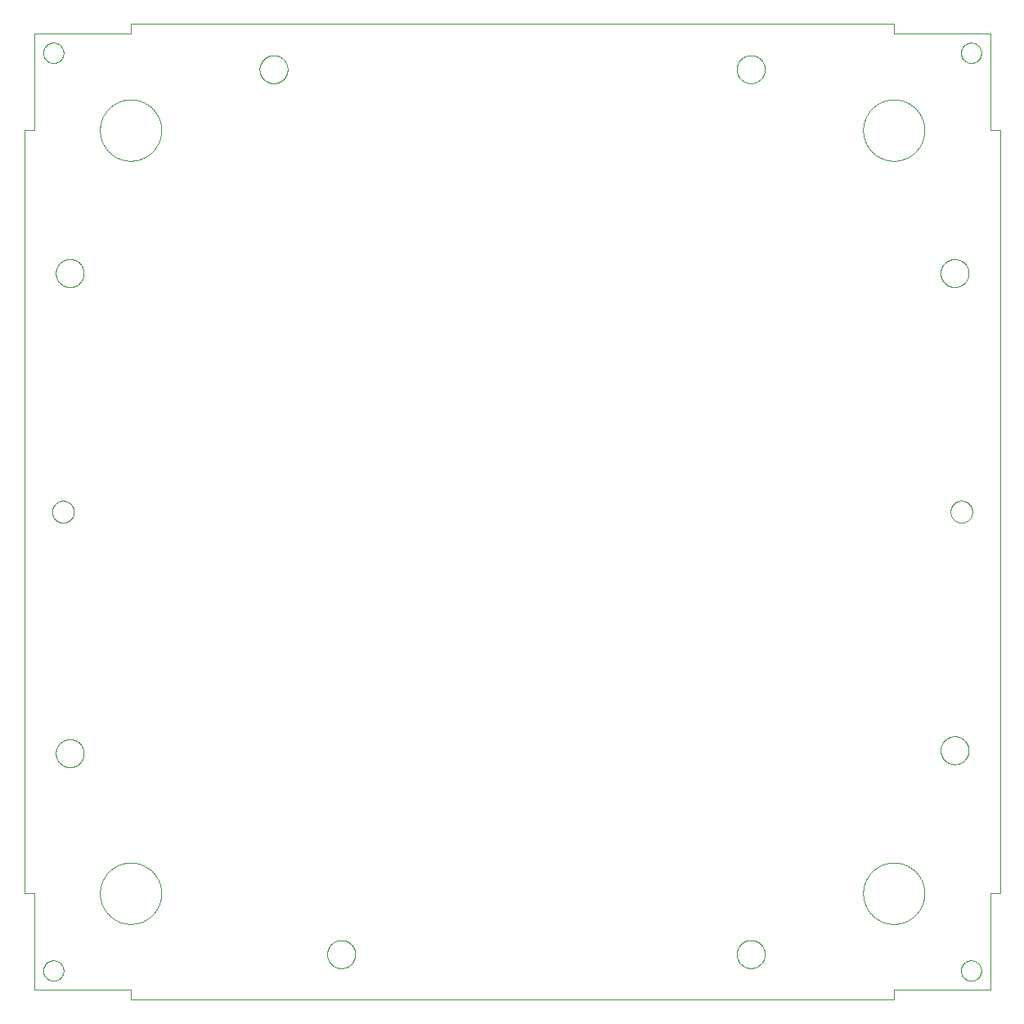
<source format=gbp>
G75*
%MOIN*%
%OFA0B0*%
%FSLAX25Y25*%
%IPPOS*%
%LPD*%
%AMOC8*
5,1,8,0,0,1.08239X$1,22.5*
%
%ADD10C,0.00004*%
D10*
X0007306Y0019117D02*
X0046676Y0019117D01*
X0046676Y0015180D01*
X0357699Y0015180D01*
X0357699Y0019117D01*
X0397069Y0019117D01*
X0397069Y0058487D01*
X0401006Y0058487D01*
X0401006Y0369510D01*
X0397069Y0369510D01*
X0397069Y0408880D01*
X0357699Y0408880D01*
X0357699Y0412817D01*
X0046676Y0412817D01*
X0046676Y0408880D01*
X0007306Y0408880D01*
X0007306Y0369510D01*
X0003369Y0369510D01*
X0003369Y0058487D01*
X0007306Y0058487D01*
X0007306Y0019117D01*
X0011046Y0026991D02*
X0011048Y0027119D01*
X0011054Y0027247D01*
X0011064Y0027374D01*
X0011078Y0027502D01*
X0011095Y0027628D01*
X0011117Y0027754D01*
X0011143Y0027880D01*
X0011172Y0028004D01*
X0011205Y0028128D01*
X0011242Y0028250D01*
X0011283Y0028371D01*
X0011328Y0028491D01*
X0011376Y0028610D01*
X0011428Y0028727D01*
X0011484Y0028842D01*
X0011543Y0028956D01*
X0011605Y0029067D01*
X0011671Y0029177D01*
X0011740Y0029284D01*
X0011813Y0029390D01*
X0011889Y0029493D01*
X0011968Y0029593D01*
X0012050Y0029692D01*
X0012135Y0029787D01*
X0012223Y0029880D01*
X0012314Y0029970D01*
X0012407Y0030057D01*
X0012504Y0030142D01*
X0012602Y0030223D01*
X0012704Y0030301D01*
X0012807Y0030376D01*
X0012913Y0030448D01*
X0013021Y0030517D01*
X0013131Y0030582D01*
X0013244Y0030643D01*
X0013358Y0030702D01*
X0013473Y0030756D01*
X0013591Y0030807D01*
X0013709Y0030855D01*
X0013830Y0030898D01*
X0013951Y0030938D01*
X0014074Y0030974D01*
X0014198Y0031007D01*
X0014323Y0031035D01*
X0014448Y0031060D01*
X0014574Y0031080D01*
X0014701Y0031097D01*
X0014829Y0031110D01*
X0014956Y0031119D01*
X0015084Y0031124D01*
X0015212Y0031125D01*
X0015340Y0031122D01*
X0015468Y0031115D01*
X0015595Y0031104D01*
X0015722Y0031089D01*
X0015849Y0031071D01*
X0015975Y0031048D01*
X0016100Y0031021D01*
X0016224Y0030991D01*
X0016347Y0030957D01*
X0016470Y0030919D01*
X0016591Y0030877D01*
X0016710Y0030831D01*
X0016828Y0030782D01*
X0016945Y0030729D01*
X0017060Y0030673D01*
X0017173Y0030613D01*
X0017284Y0030550D01*
X0017393Y0030483D01*
X0017500Y0030413D01*
X0017605Y0030339D01*
X0017707Y0030263D01*
X0017807Y0030183D01*
X0017905Y0030100D01*
X0018000Y0030014D01*
X0018092Y0029925D01*
X0018181Y0029834D01*
X0018268Y0029740D01*
X0018351Y0029643D01*
X0018432Y0029543D01*
X0018509Y0029442D01*
X0018584Y0029337D01*
X0018655Y0029231D01*
X0018722Y0029122D01*
X0018787Y0029012D01*
X0018847Y0028899D01*
X0018905Y0028785D01*
X0018958Y0028669D01*
X0019008Y0028551D01*
X0019055Y0028432D01*
X0019098Y0028311D01*
X0019137Y0028189D01*
X0019172Y0028066D01*
X0019203Y0027942D01*
X0019231Y0027817D01*
X0019254Y0027691D01*
X0019274Y0027565D01*
X0019290Y0027438D01*
X0019302Y0027311D01*
X0019310Y0027183D01*
X0019314Y0027055D01*
X0019314Y0026927D01*
X0019310Y0026799D01*
X0019302Y0026671D01*
X0019290Y0026544D01*
X0019274Y0026417D01*
X0019254Y0026291D01*
X0019231Y0026165D01*
X0019203Y0026040D01*
X0019172Y0025916D01*
X0019137Y0025793D01*
X0019098Y0025671D01*
X0019055Y0025550D01*
X0019008Y0025431D01*
X0018958Y0025313D01*
X0018905Y0025197D01*
X0018847Y0025083D01*
X0018787Y0024970D01*
X0018722Y0024860D01*
X0018655Y0024751D01*
X0018584Y0024645D01*
X0018509Y0024540D01*
X0018432Y0024439D01*
X0018351Y0024339D01*
X0018268Y0024242D01*
X0018181Y0024148D01*
X0018092Y0024057D01*
X0018000Y0023968D01*
X0017905Y0023882D01*
X0017807Y0023799D01*
X0017707Y0023719D01*
X0017605Y0023643D01*
X0017500Y0023569D01*
X0017393Y0023499D01*
X0017284Y0023432D01*
X0017173Y0023369D01*
X0017060Y0023309D01*
X0016945Y0023253D01*
X0016828Y0023200D01*
X0016710Y0023151D01*
X0016591Y0023105D01*
X0016470Y0023063D01*
X0016347Y0023025D01*
X0016224Y0022991D01*
X0016100Y0022961D01*
X0015975Y0022934D01*
X0015849Y0022911D01*
X0015722Y0022893D01*
X0015595Y0022878D01*
X0015468Y0022867D01*
X0015340Y0022860D01*
X0015212Y0022857D01*
X0015084Y0022858D01*
X0014956Y0022863D01*
X0014829Y0022872D01*
X0014701Y0022885D01*
X0014574Y0022902D01*
X0014448Y0022922D01*
X0014323Y0022947D01*
X0014198Y0022975D01*
X0014074Y0023008D01*
X0013951Y0023044D01*
X0013830Y0023084D01*
X0013709Y0023127D01*
X0013591Y0023175D01*
X0013473Y0023226D01*
X0013358Y0023280D01*
X0013244Y0023339D01*
X0013131Y0023400D01*
X0013021Y0023465D01*
X0012913Y0023534D01*
X0012807Y0023606D01*
X0012704Y0023681D01*
X0012602Y0023759D01*
X0012504Y0023840D01*
X0012407Y0023925D01*
X0012314Y0024012D01*
X0012223Y0024102D01*
X0012135Y0024195D01*
X0012050Y0024290D01*
X0011968Y0024389D01*
X0011889Y0024489D01*
X0011813Y0024592D01*
X0011740Y0024698D01*
X0011671Y0024805D01*
X0011605Y0024915D01*
X0011543Y0025026D01*
X0011484Y0025140D01*
X0011428Y0025255D01*
X0011376Y0025372D01*
X0011328Y0025491D01*
X0011283Y0025611D01*
X0011242Y0025732D01*
X0011205Y0025854D01*
X0011172Y0025978D01*
X0011143Y0026102D01*
X0011117Y0026228D01*
X0011095Y0026354D01*
X0011078Y0026480D01*
X0011064Y0026608D01*
X0011054Y0026735D01*
X0011048Y0026863D01*
X0011046Y0026991D01*
X0034176Y0058487D02*
X0034180Y0058794D01*
X0034191Y0059100D01*
X0034210Y0059407D01*
X0034236Y0059712D01*
X0034270Y0060017D01*
X0034311Y0060321D01*
X0034360Y0060624D01*
X0034416Y0060926D01*
X0034480Y0061226D01*
X0034551Y0061524D01*
X0034629Y0061821D01*
X0034714Y0062116D01*
X0034807Y0062408D01*
X0034907Y0062698D01*
X0035014Y0062986D01*
X0035128Y0063271D01*
X0035248Y0063553D01*
X0035376Y0063831D01*
X0035511Y0064107D01*
X0035652Y0064379D01*
X0035800Y0064648D01*
X0035954Y0064913D01*
X0036115Y0065174D01*
X0036283Y0065432D01*
X0036456Y0065685D01*
X0036636Y0065933D01*
X0036822Y0066177D01*
X0037013Y0066417D01*
X0037211Y0066652D01*
X0037414Y0066881D01*
X0037623Y0067106D01*
X0037837Y0067326D01*
X0038057Y0067540D01*
X0038282Y0067749D01*
X0038511Y0067952D01*
X0038746Y0068150D01*
X0038986Y0068341D01*
X0039230Y0068527D01*
X0039478Y0068707D01*
X0039731Y0068880D01*
X0039989Y0069048D01*
X0040250Y0069209D01*
X0040515Y0069363D01*
X0040784Y0069511D01*
X0041056Y0069652D01*
X0041332Y0069787D01*
X0041610Y0069915D01*
X0041892Y0070035D01*
X0042177Y0070149D01*
X0042465Y0070256D01*
X0042755Y0070356D01*
X0043047Y0070449D01*
X0043342Y0070534D01*
X0043639Y0070612D01*
X0043937Y0070683D01*
X0044237Y0070747D01*
X0044539Y0070803D01*
X0044842Y0070852D01*
X0045146Y0070893D01*
X0045451Y0070927D01*
X0045756Y0070953D01*
X0046063Y0070972D01*
X0046369Y0070983D01*
X0046676Y0070987D01*
X0046983Y0070983D01*
X0047289Y0070972D01*
X0047596Y0070953D01*
X0047901Y0070927D01*
X0048206Y0070893D01*
X0048510Y0070852D01*
X0048813Y0070803D01*
X0049115Y0070747D01*
X0049415Y0070683D01*
X0049713Y0070612D01*
X0050010Y0070534D01*
X0050305Y0070449D01*
X0050597Y0070356D01*
X0050887Y0070256D01*
X0051175Y0070149D01*
X0051460Y0070035D01*
X0051742Y0069915D01*
X0052020Y0069787D01*
X0052296Y0069652D01*
X0052568Y0069511D01*
X0052837Y0069363D01*
X0053102Y0069209D01*
X0053363Y0069048D01*
X0053621Y0068880D01*
X0053874Y0068707D01*
X0054122Y0068527D01*
X0054366Y0068341D01*
X0054606Y0068150D01*
X0054841Y0067952D01*
X0055070Y0067749D01*
X0055295Y0067540D01*
X0055515Y0067326D01*
X0055729Y0067106D01*
X0055938Y0066881D01*
X0056141Y0066652D01*
X0056339Y0066417D01*
X0056530Y0066177D01*
X0056716Y0065933D01*
X0056896Y0065685D01*
X0057069Y0065432D01*
X0057237Y0065174D01*
X0057398Y0064913D01*
X0057552Y0064648D01*
X0057700Y0064379D01*
X0057841Y0064107D01*
X0057976Y0063831D01*
X0058104Y0063553D01*
X0058224Y0063271D01*
X0058338Y0062986D01*
X0058445Y0062698D01*
X0058545Y0062408D01*
X0058638Y0062116D01*
X0058723Y0061821D01*
X0058801Y0061524D01*
X0058872Y0061226D01*
X0058936Y0060926D01*
X0058992Y0060624D01*
X0059041Y0060321D01*
X0059082Y0060017D01*
X0059116Y0059712D01*
X0059142Y0059407D01*
X0059161Y0059100D01*
X0059172Y0058794D01*
X0059176Y0058487D01*
X0059172Y0058180D01*
X0059161Y0057874D01*
X0059142Y0057567D01*
X0059116Y0057262D01*
X0059082Y0056957D01*
X0059041Y0056653D01*
X0058992Y0056350D01*
X0058936Y0056048D01*
X0058872Y0055748D01*
X0058801Y0055450D01*
X0058723Y0055153D01*
X0058638Y0054858D01*
X0058545Y0054566D01*
X0058445Y0054276D01*
X0058338Y0053988D01*
X0058224Y0053703D01*
X0058104Y0053421D01*
X0057976Y0053143D01*
X0057841Y0052867D01*
X0057700Y0052595D01*
X0057552Y0052326D01*
X0057398Y0052061D01*
X0057237Y0051800D01*
X0057069Y0051542D01*
X0056896Y0051289D01*
X0056716Y0051041D01*
X0056530Y0050797D01*
X0056339Y0050557D01*
X0056141Y0050322D01*
X0055938Y0050093D01*
X0055729Y0049868D01*
X0055515Y0049648D01*
X0055295Y0049434D01*
X0055070Y0049225D01*
X0054841Y0049022D01*
X0054606Y0048824D01*
X0054366Y0048633D01*
X0054122Y0048447D01*
X0053874Y0048267D01*
X0053621Y0048094D01*
X0053363Y0047926D01*
X0053102Y0047765D01*
X0052837Y0047611D01*
X0052568Y0047463D01*
X0052296Y0047322D01*
X0052020Y0047187D01*
X0051742Y0047059D01*
X0051460Y0046939D01*
X0051175Y0046825D01*
X0050887Y0046718D01*
X0050597Y0046618D01*
X0050305Y0046525D01*
X0050010Y0046440D01*
X0049713Y0046362D01*
X0049415Y0046291D01*
X0049115Y0046227D01*
X0048813Y0046171D01*
X0048510Y0046122D01*
X0048206Y0046081D01*
X0047901Y0046047D01*
X0047596Y0046021D01*
X0047289Y0046002D01*
X0046983Y0045991D01*
X0046676Y0045987D01*
X0046369Y0045991D01*
X0046063Y0046002D01*
X0045756Y0046021D01*
X0045451Y0046047D01*
X0045146Y0046081D01*
X0044842Y0046122D01*
X0044539Y0046171D01*
X0044237Y0046227D01*
X0043937Y0046291D01*
X0043639Y0046362D01*
X0043342Y0046440D01*
X0043047Y0046525D01*
X0042755Y0046618D01*
X0042465Y0046718D01*
X0042177Y0046825D01*
X0041892Y0046939D01*
X0041610Y0047059D01*
X0041332Y0047187D01*
X0041056Y0047322D01*
X0040784Y0047463D01*
X0040515Y0047611D01*
X0040250Y0047765D01*
X0039989Y0047926D01*
X0039731Y0048094D01*
X0039478Y0048267D01*
X0039230Y0048447D01*
X0038986Y0048633D01*
X0038746Y0048824D01*
X0038511Y0049022D01*
X0038282Y0049225D01*
X0038057Y0049434D01*
X0037837Y0049648D01*
X0037623Y0049868D01*
X0037414Y0050093D01*
X0037211Y0050322D01*
X0037013Y0050557D01*
X0036822Y0050797D01*
X0036636Y0051041D01*
X0036456Y0051289D01*
X0036283Y0051542D01*
X0036115Y0051800D01*
X0035954Y0052061D01*
X0035800Y0052326D01*
X0035652Y0052595D01*
X0035511Y0052867D01*
X0035376Y0053143D01*
X0035248Y0053421D01*
X0035128Y0053703D01*
X0035014Y0053988D01*
X0034907Y0054276D01*
X0034807Y0054566D01*
X0034714Y0054858D01*
X0034629Y0055153D01*
X0034551Y0055450D01*
X0034480Y0055748D01*
X0034416Y0056048D01*
X0034360Y0056350D01*
X0034311Y0056653D01*
X0034270Y0056957D01*
X0034236Y0057262D01*
X0034210Y0057567D01*
X0034191Y0057874D01*
X0034180Y0058180D01*
X0034176Y0058487D01*
X0016163Y0115573D02*
X0016165Y0115724D01*
X0016171Y0115874D01*
X0016181Y0116025D01*
X0016195Y0116175D01*
X0016213Y0116324D01*
X0016234Y0116474D01*
X0016260Y0116622D01*
X0016290Y0116770D01*
X0016323Y0116917D01*
X0016361Y0117063D01*
X0016402Y0117208D01*
X0016447Y0117352D01*
X0016496Y0117494D01*
X0016549Y0117635D01*
X0016605Y0117775D01*
X0016665Y0117913D01*
X0016728Y0118050D01*
X0016796Y0118185D01*
X0016866Y0118318D01*
X0016940Y0118449D01*
X0017018Y0118578D01*
X0017099Y0118705D01*
X0017183Y0118830D01*
X0017271Y0118953D01*
X0017362Y0119073D01*
X0017456Y0119191D01*
X0017553Y0119306D01*
X0017653Y0119419D01*
X0017756Y0119529D01*
X0017862Y0119636D01*
X0017971Y0119741D01*
X0018082Y0119842D01*
X0018196Y0119941D01*
X0018312Y0120036D01*
X0018432Y0120129D01*
X0018553Y0120218D01*
X0018677Y0120304D01*
X0018803Y0120387D01*
X0018931Y0120466D01*
X0019061Y0120542D01*
X0019193Y0120615D01*
X0019327Y0120683D01*
X0019463Y0120749D01*
X0019601Y0120811D01*
X0019740Y0120869D01*
X0019880Y0120923D01*
X0020022Y0120974D01*
X0020165Y0121021D01*
X0020310Y0121064D01*
X0020455Y0121103D01*
X0020602Y0121139D01*
X0020749Y0121170D01*
X0020897Y0121198D01*
X0021046Y0121222D01*
X0021195Y0121242D01*
X0021345Y0121258D01*
X0021495Y0121270D01*
X0021646Y0121278D01*
X0021797Y0121282D01*
X0021947Y0121282D01*
X0022098Y0121278D01*
X0022249Y0121270D01*
X0022399Y0121258D01*
X0022549Y0121242D01*
X0022698Y0121222D01*
X0022847Y0121198D01*
X0022995Y0121170D01*
X0023142Y0121139D01*
X0023289Y0121103D01*
X0023434Y0121064D01*
X0023579Y0121021D01*
X0023722Y0120974D01*
X0023864Y0120923D01*
X0024004Y0120869D01*
X0024143Y0120811D01*
X0024281Y0120749D01*
X0024417Y0120683D01*
X0024551Y0120615D01*
X0024683Y0120542D01*
X0024813Y0120466D01*
X0024941Y0120387D01*
X0025067Y0120304D01*
X0025191Y0120218D01*
X0025312Y0120129D01*
X0025432Y0120036D01*
X0025548Y0119941D01*
X0025662Y0119842D01*
X0025773Y0119741D01*
X0025882Y0119636D01*
X0025988Y0119529D01*
X0026091Y0119419D01*
X0026191Y0119306D01*
X0026288Y0119191D01*
X0026382Y0119073D01*
X0026473Y0118953D01*
X0026561Y0118830D01*
X0026645Y0118705D01*
X0026726Y0118578D01*
X0026804Y0118449D01*
X0026878Y0118318D01*
X0026948Y0118185D01*
X0027016Y0118050D01*
X0027079Y0117913D01*
X0027139Y0117775D01*
X0027195Y0117635D01*
X0027248Y0117494D01*
X0027297Y0117352D01*
X0027342Y0117208D01*
X0027383Y0117063D01*
X0027421Y0116917D01*
X0027454Y0116770D01*
X0027484Y0116622D01*
X0027510Y0116474D01*
X0027531Y0116324D01*
X0027549Y0116175D01*
X0027563Y0116025D01*
X0027573Y0115874D01*
X0027579Y0115724D01*
X0027581Y0115573D01*
X0027579Y0115422D01*
X0027573Y0115272D01*
X0027563Y0115121D01*
X0027549Y0114971D01*
X0027531Y0114822D01*
X0027510Y0114672D01*
X0027484Y0114524D01*
X0027454Y0114376D01*
X0027421Y0114229D01*
X0027383Y0114083D01*
X0027342Y0113938D01*
X0027297Y0113794D01*
X0027248Y0113652D01*
X0027195Y0113511D01*
X0027139Y0113371D01*
X0027079Y0113233D01*
X0027016Y0113096D01*
X0026948Y0112961D01*
X0026878Y0112828D01*
X0026804Y0112697D01*
X0026726Y0112568D01*
X0026645Y0112441D01*
X0026561Y0112316D01*
X0026473Y0112193D01*
X0026382Y0112073D01*
X0026288Y0111955D01*
X0026191Y0111840D01*
X0026091Y0111727D01*
X0025988Y0111617D01*
X0025882Y0111510D01*
X0025773Y0111405D01*
X0025662Y0111304D01*
X0025548Y0111205D01*
X0025432Y0111110D01*
X0025312Y0111017D01*
X0025191Y0110928D01*
X0025067Y0110842D01*
X0024941Y0110759D01*
X0024813Y0110680D01*
X0024683Y0110604D01*
X0024551Y0110531D01*
X0024417Y0110463D01*
X0024281Y0110397D01*
X0024143Y0110335D01*
X0024004Y0110277D01*
X0023864Y0110223D01*
X0023722Y0110172D01*
X0023579Y0110125D01*
X0023434Y0110082D01*
X0023289Y0110043D01*
X0023142Y0110007D01*
X0022995Y0109976D01*
X0022847Y0109948D01*
X0022698Y0109924D01*
X0022549Y0109904D01*
X0022399Y0109888D01*
X0022249Y0109876D01*
X0022098Y0109868D01*
X0021947Y0109864D01*
X0021797Y0109864D01*
X0021646Y0109868D01*
X0021495Y0109876D01*
X0021345Y0109888D01*
X0021195Y0109904D01*
X0021046Y0109924D01*
X0020897Y0109948D01*
X0020749Y0109976D01*
X0020602Y0110007D01*
X0020455Y0110043D01*
X0020310Y0110082D01*
X0020165Y0110125D01*
X0020022Y0110172D01*
X0019880Y0110223D01*
X0019740Y0110277D01*
X0019601Y0110335D01*
X0019463Y0110397D01*
X0019327Y0110463D01*
X0019193Y0110531D01*
X0019061Y0110604D01*
X0018931Y0110680D01*
X0018803Y0110759D01*
X0018677Y0110842D01*
X0018553Y0110928D01*
X0018432Y0111017D01*
X0018312Y0111110D01*
X0018196Y0111205D01*
X0018082Y0111304D01*
X0017971Y0111405D01*
X0017862Y0111510D01*
X0017756Y0111617D01*
X0017653Y0111727D01*
X0017553Y0111840D01*
X0017456Y0111955D01*
X0017362Y0112073D01*
X0017271Y0112193D01*
X0017183Y0112316D01*
X0017099Y0112441D01*
X0017018Y0112568D01*
X0016940Y0112697D01*
X0016866Y0112828D01*
X0016796Y0112961D01*
X0016728Y0113096D01*
X0016665Y0113233D01*
X0016605Y0113371D01*
X0016549Y0113511D01*
X0016496Y0113652D01*
X0016447Y0113794D01*
X0016402Y0113938D01*
X0016361Y0114083D01*
X0016323Y0114229D01*
X0016290Y0114376D01*
X0016260Y0114524D01*
X0016234Y0114672D01*
X0016213Y0114822D01*
X0016195Y0114971D01*
X0016181Y0115121D01*
X0016171Y0115272D01*
X0016165Y0115422D01*
X0016163Y0115573D01*
X0014668Y0213998D02*
X0014670Y0214131D01*
X0014676Y0214264D01*
X0014686Y0214397D01*
X0014700Y0214529D01*
X0014718Y0214661D01*
X0014739Y0214792D01*
X0014765Y0214923D01*
X0014795Y0215053D01*
X0014828Y0215182D01*
X0014866Y0215309D01*
X0014907Y0215436D01*
X0014952Y0215561D01*
X0015000Y0215685D01*
X0015053Y0215808D01*
X0015109Y0215928D01*
X0015168Y0216047D01*
X0015231Y0216165D01*
X0015298Y0216280D01*
X0015368Y0216393D01*
X0015441Y0216504D01*
X0015518Y0216613D01*
X0015598Y0216720D01*
X0015681Y0216824D01*
X0015767Y0216925D01*
X0015856Y0217024D01*
X0015948Y0217120D01*
X0016042Y0217214D01*
X0016140Y0217304D01*
X0016240Y0217392D01*
X0016343Y0217476D01*
X0016448Y0217558D01*
X0016556Y0217636D01*
X0016666Y0217711D01*
X0016778Y0217783D01*
X0016893Y0217851D01*
X0017009Y0217916D01*
X0017127Y0217977D01*
X0017247Y0218035D01*
X0017368Y0218089D01*
X0017492Y0218139D01*
X0017616Y0218186D01*
X0017742Y0218229D01*
X0017869Y0218268D01*
X0017998Y0218304D01*
X0018127Y0218335D01*
X0018257Y0218363D01*
X0018388Y0218387D01*
X0018520Y0218407D01*
X0018652Y0218423D01*
X0018785Y0218435D01*
X0018917Y0218443D01*
X0019050Y0218447D01*
X0019184Y0218447D01*
X0019317Y0218443D01*
X0019449Y0218435D01*
X0019582Y0218423D01*
X0019714Y0218407D01*
X0019846Y0218387D01*
X0019977Y0218363D01*
X0020107Y0218335D01*
X0020236Y0218304D01*
X0020365Y0218268D01*
X0020492Y0218229D01*
X0020618Y0218186D01*
X0020742Y0218139D01*
X0020866Y0218089D01*
X0020987Y0218035D01*
X0021107Y0217977D01*
X0021225Y0217916D01*
X0021342Y0217851D01*
X0021456Y0217783D01*
X0021568Y0217711D01*
X0021678Y0217636D01*
X0021786Y0217558D01*
X0021891Y0217476D01*
X0021994Y0217392D01*
X0022094Y0217304D01*
X0022192Y0217214D01*
X0022286Y0217120D01*
X0022378Y0217024D01*
X0022467Y0216925D01*
X0022553Y0216824D01*
X0022636Y0216720D01*
X0022716Y0216613D01*
X0022793Y0216504D01*
X0022866Y0216393D01*
X0022936Y0216280D01*
X0023003Y0216165D01*
X0023066Y0216047D01*
X0023125Y0215928D01*
X0023181Y0215808D01*
X0023234Y0215685D01*
X0023282Y0215561D01*
X0023327Y0215436D01*
X0023368Y0215309D01*
X0023406Y0215182D01*
X0023439Y0215053D01*
X0023469Y0214923D01*
X0023495Y0214792D01*
X0023516Y0214661D01*
X0023534Y0214529D01*
X0023548Y0214397D01*
X0023558Y0214264D01*
X0023564Y0214131D01*
X0023566Y0213998D01*
X0023564Y0213865D01*
X0023558Y0213732D01*
X0023548Y0213599D01*
X0023534Y0213467D01*
X0023516Y0213335D01*
X0023495Y0213204D01*
X0023469Y0213073D01*
X0023439Y0212943D01*
X0023406Y0212814D01*
X0023368Y0212687D01*
X0023327Y0212560D01*
X0023282Y0212435D01*
X0023234Y0212311D01*
X0023181Y0212188D01*
X0023125Y0212068D01*
X0023066Y0211949D01*
X0023003Y0211831D01*
X0022936Y0211716D01*
X0022866Y0211603D01*
X0022793Y0211492D01*
X0022716Y0211383D01*
X0022636Y0211276D01*
X0022553Y0211172D01*
X0022467Y0211071D01*
X0022378Y0210972D01*
X0022286Y0210876D01*
X0022192Y0210782D01*
X0022094Y0210692D01*
X0021994Y0210604D01*
X0021891Y0210520D01*
X0021786Y0210438D01*
X0021678Y0210360D01*
X0021568Y0210285D01*
X0021456Y0210213D01*
X0021341Y0210145D01*
X0021225Y0210080D01*
X0021107Y0210019D01*
X0020987Y0209961D01*
X0020866Y0209907D01*
X0020742Y0209857D01*
X0020618Y0209810D01*
X0020492Y0209767D01*
X0020365Y0209728D01*
X0020236Y0209692D01*
X0020107Y0209661D01*
X0019977Y0209633D01*
X0019846Y0209609D01*
X0019714Y0209589D01*
X0019582Y0209573D01*
X0019449Y0209561D01*
X0019317Y0209553D01*
X0019184Y0209549D01*
X0019050Y0209549D01*
X0018917Y0209553D01*
X0018785Y0209561D01*
X0018652Y0209573D01*
X0018520Y0209589D01*
X0018388Y0209609D01*
X0018257Y0209633D01*
X0018127Y0209661D01*
X0017998Y0209692D01*
X0017869Y0209728D01*
X0017742Y0209767D01*
X0017616Y0209810D01*
X0017492Y0209857D01*
X0017368Y0209907D01*
X0017247Y0209961D01*
X0017127Y0210019D01*
X0017009Y0210080D01*
X0016892Y0210145D01*
X0016778Y0210213D01*
X0016666Y0210285D01*
X0016556Y0210360D01*
X0016448Y0210438D01*
X0016343Y0210520D01*
X0016240Y0210604D01*
X0016140Y0210692D01*
X0016042Y0210782D01*
X0015948Y0210876D01*
X0015856Y0210972D01*
X0015767Y0211071D01*
X0015681Y0211172D01*
X0015598Y0211276D01*
X0015518Y0211383D01*
X0015441Y0211492D01*
X0015368Y0211603D01*
X0015298Y0211716D01*
X0015231Y0211831D01*
X0015168Y0211949D01*
X0015109Y0212068D01*
X0015053Y0212188D01*
X0015000Y0212311D01*
X0014952Y0212435D01*
X0014907Y0212560D01*
X0014866Y0212687D01*
X0014828Y0212814D01*
X0014795Y0212943D01*
X0014765Y0213073D01*
X0014739Y0213204D01*
X0014718Y0213335D01*
X0014700Y0213467D01*
X0014686Y0213599D01*
X0014676Y0213732D01*
X0014670Y0213865D01*
X0014668Y0213998D01*
X0016163Y0311243D02*
X0016165Y0311394D01*
X0016171Y0311544D01*
X0016181Y0311695D01*
X0016195Y0311845D01*
X0016213Y0311994D01*
X0016234Y0312144D01*
X0016260Y0312292D01*
X0016290Y0312440D01*
X0016323Y0312587D01*
X0016361Y0312733D01*
X0016402Y0312878D01*
X0016447Y0313022D01*
X0016496Y0313164D01*
X0016549Y0313305D01*
X0016605Y0313445D01*
X0016665Y0313583D01*
X0016728Y0313720D01*
X0016796Y0313855D01*
X0016866Y0313988D01*
X0016940Y0314119D01*
X0017018Y0314248D01*
X0017099Y0314375D01*
X0017183Y0314500D01*
X0017271Y0314623D01*
X0017362Y0314743D01*
X0017456Y0314861D01*
X0017553Y0314976D01*
X0017653Y0315089D01*
X0017756Y0315199D01*
X0017862Y0315306D01*
X0017971Y0315411D01*
X0018082Y0315512D01*
X0018196Y0315611D01*
X0018312Y0315706D01*
X0018432Y0315799D01*
X0018553Y0315888D01*
X0018677Y0315974D01*
X0018803Y0316057D01*
X0018931Y0316136D01*
X0019061Y0316212D01*
X0019193Y0316285D01*
X0019327Y0316353D01*
X0019463Y0316419D01*
X0019601Y0316481D01*
X0019740Y0316539D01*
X0019880Y0316593D01*
X0020022Y0316644D01*
X0020165Y0316691D01*
X0020310Y0316734D01*
X0020455Y0316773D01*
X0020602Y0316809D01*
X0020749Y0316840D01*
X0020897Y0316868D01*
X0021046Y0316892D01*
X0021195Y0316912D01*
X0021345Y0316928D01*
X0021495Y0316940D01*
X0021646Y0316948D01*
X0021797Y0316952D01*
X0021947Y0316952D01*
X0022098Y0316948D01*
X0022249Y0316940D01*
X0022399Y0316928D01*
X0022549Y0316912D01*
X0022698Y0316892D01*
X0022847Y0316868D01*
X0022995Y0316840D01*
X0023142Y0316809D01*
X0023289Y0316773D01*
X0023434Y0316734D01*
X0023579Y0316691D01*
X0023722Y0316644D01*
X0023864Y0316593D01*
X0024004Y0316539D01*
X0024143Y0316481D01*
X0024281Y0316419D01*
X0024417Y0316353D01*
X0024551Y0316285D01*
X0024683Y0316212D01*
X0024813Y0316136D01*
X0024941Y0316057D01*
X0025067Y0315974D01*
X0025191Y0315888D01*
X0025312Y0315799D01*
X0025432Y0315706D01*
X0025548Y0315611D01*
X0025662Y0315512D01*
X0025773Y0315411D01*
X0025882Y0315306D01*
X0025988Y0315199D01*
X0026091Y0315089D01*
X0026191Y0314976D01*
X0026288Y0314861D01*
X0026382Y0314743D01*
X0026473Y0314623D01*
X0026561Y0314500D01*
X0026645Y0314375D01*
X0026726Y0314248D01*
X0026804Y0314119D01*
X0026878Y0313988D01*
X0026948Y0313855D01*
X0027016Y0313720D01*
X0027079Y0313583D01*
X0027139Y0313445D01*
X0027195Y0313305D01*
X0027248Y0313164D01*
X0027297Y0313022D01*
X0027342Y0312878D01*
X0027383Y0312733D01*
X0027421Y0312587D01*
X0027454Y0312440D01*
X0027484Y0312292D01*
X0027510Y0312144D01*
X0027531Y0311994D01*
X0027549Y0311845D01*
X0027563Y0311695D01*
X0027573Y0311544D01*
X0027579Y0311394D01*
X0027581Y0311243D01*
X0027579Y0311092D01*
X0027573Y0310942D01*
X0027563Y0310791D01*
X0027549Y0310641D01*
X0027531Y0310492D01*
X0027510Y0310342D01*
X0027484Y0310194D01*
X0027454Y0310046D01*
X0027421Y0309899D01*
X0027383Y0309753D01*
X0027342Y0309608D01*
X0027297Y0309464D01*
X0027248Y0309322D01*
X0027195Y0309181D01*
X0027139Y0309041D01*
X0027079Y0308903D01*
X0027016Y0308766D01*
X0026948Y0308631D01*
X0026878Y0308498D01*
X0026804Y0308367D01*
X0026726Y0308238D01*
X0026645Y0308111D01*
X0026561Y0307986D01*
X0026473Y0307863D01*
X0026382Y0307743D01*
X0026288Y0307625D01*
X0026191Y0307510D01*
X0026091Y0307397D01*
X0025988Y0307287D01*
X0025882Y0307180D01*
X0025773Y0307075D01*
X0025662Y0306974D01*
X0025548Y0306875D01*
X0025432Y0306780D01*
X0025312Y0306687D01*
X0025191Y0306598D01*
X0025067Y0306512D01*
X0024941Y0306429D01*
X0024813Y0306350D01*
X0024683Y0306274D01*
X0024551Y0306201D01*
X0024417Y0306133D01*
X0024281Y0306067D01*
X0024143Y0306005D01*
X0024004Y0305947D01*
X0023864Y0305893D01*
X0023722Y0305842D01*
X0023579Y0305795D01*
X0023434Y0305752D01*
X0023289Y0305713D01*
X0023142Y0305677D01*
X0022995Y0305646D01*
X0022847Y0305618D01*
X0022698Y0305594D01*
X0022549Y0305574D01*
X0022399Y0305558D01*
X0022249Y0305546D01*
X0022098Y0305538D01*
X0021947Y0305534D01*
X0021797Y0305534D01*
X0021646Y0305538D01*
X0021495Y0305546D01*
X0021345Y0305558D01*
X0021195Y0305574D01*
X0021046Y0305594D01*
X0020897Y0305618D01*
X0020749Y0305646D01*
X0020602Y0305677D01*
X0020455Y0305713D01*
X0020310Y0305752D01*
X0020165Y0305795D01*
X0020022Y0305842D01*
X0019880Y0305893D01*
X0019740Y0305947D01*
X0019601Y0306005D01*
X0019463Y0306067D01*
X0019327Y0306133D01*
X0019193Y0306201D01*
X0019061Y0306274D01*
X0018931Y0306350D01*
X0018803Y0306429D01*
X0018677Y0306512D01*
X0018553Y0306598D01*
X0018432Y0306687D01*
X0018312Y0306780D01*
X0018196Y0306875D01*
X0018082Y0306974D01*
X0017971Y0307075D01*
X0017862Y0307180D01*
X0017756Y0307287D01*
X0017653Y0307397D01*
X0017553Y0307510D01*
X0017456Y0307625D01*
X0017362Y0307743D01*
X0017271Y0307863D01*
X0017183Y0307986D01*
X0017099Y0308111D01*
X0017018Y0308238D01*
X0016940Y0308367D01*
X0016866Y0308498D01*
X0016796Y0308631D01*
X0016728Y0308766D01*
X0016665Y0308903D01*
X0016605Y0309041D01*
X0016549Y0309181D01*
X0016496Y0309322D01*
X0016447Y0309464D01*
X0016402Y0309608D01*
X0016361Y0309753D01*
X0016323Y0309899D01*
X0016290Y0310046D01*
X0016260Y0310194D01*
X0016234Y0310342D01*
X0016213Y0310492D01*
X0016195Y0310641D01*
X0016181Y0310791D01*
X0016171Y0310942D01*
X0016165Y0311092D01*
X0016163Y0311243D01*
X0034176Y0369510D02*
X0034180Y0369817D01*
X0034191Y0370123D01*
X0034210Y0370430D01*
X0034236Y0370735D01*
X0034270Y0371040D01*
X0034311Y0371344D01*
X0034360Y0371647D01*
X0034416Y0371949D01*
X0034480Y0372249D01*
X0034551Y0372547D01*
X0034629Y0372844D01*
X0034714Y0373139D01*
X0034807Y0373431D01*
X0034907Y0373721D01*
X0035014Y0374009D01*
X0035128Y0374294D01*
X0035248Y0374576D01*
X0035376Y0374854D01*
X0035511Y0375130D01*
X0035652Y0375402D01*
X0035800Y0375671D01*
X0035954Y0375936D01*
X0036115Y0376197D01*
X0036283Y0376455D01*
X0036456Y0376708D01*
X0036636Y0376956D01*
X0036822Y0377200D01*
X0037013Y0377440D01*
X0037211Y0377675D01*
X0037414Y0377904D01*
X0037623Y0378129D01*
X0037837Y0378349D01*
X0038057Y0378563D01*
X0038282Y0378772D01*
X0038511Y0378975D01*
X0038746Y0379173D01*
X0038986Y0379364D01*
X0039230Y0379550D01*
X0039478Y0379730D01*
X0039731Y0379903D01*
X0039989Y0380071D01*
X0040250Y0380232D01*
X0040515Y0380386D01*
X0040784Y0380534D01*
X0041056Y0380675D01*
X0041332Y0380810D01*
X0041610Y0380938D01*
X0041892Y0381058D01*
X0042177Y0381172D01*
X0042465Y0381279D01*
X0042755Y0381379D01*
X0043047Y0381472D01*
X0043342Y0381557D01*
X0043639Y0381635D01*
X0043937Y0381706D01*
X0044237Y0381770D01*
X0044539Y0381826D01*
X0044842Y0381875D01*
X0045146Y0381916D01*
X0045451Y0381950D01*
X0045756Y0381976D01*
X0046063Y0381995D01*
X0046369Y0382006D01*
X0046676Y0382010D01*
X0046983Y0382006D01*
X0047289Y0381995D01*
X0047596Y0381976D01*
X0047901Y0381950D01*
X0048206Y0381916D01*
X0048510Y0381875D01*
X0048813Y0381826D01*
X0049115Y0381770D01*
X0049415Y0381706D01*
X0049713Y0381635D01*
X0050010Y0381557D01*
X0050305Y0381472D01*
X0050597Y0381379D01*
X0050887Y0381279D01*
X0051175Y0381172D01*
X0051460Y0381058D01*
X0051742Y0380938D01*
X0052020Y0380810D01*
X0052296Y0380675D01*
X0052568Y0380534D01*
X0052837Y0380386D01*
X0053102Y0380232D01*
X0053363Y0380071D01*
X0053621Y0379903D01*
X0053874Y0379730D01*
X0054122Y0379550D01*
X0054366Y0379364D01*
X0054606Y0379173D01*
X0054841Y0378975D01*
X0055070Y0378772D01*
X0055295Y0378563D01*
X0055515Y0378349D01*
X0055729Y0378129D01*
X0055938Y0377904D01*
X0056141Y0377675D01*
X0056339Y0377440D01*
X0056530Y0377200D01*
X0056716Y0376956D01*
X0056896Y0376708D01*
X0057069Y0376455D01*
X0057237Y0376197D01*
X0057398Y0375936D01*
X0057552Y0375671D01*
X0057700Y0375402D01*
X0057841Y0375130D01*
X0057976Y0374854D01*
X0058104Y0374576D01*
X0058224Y0374294D01*
X0058338Y0374009D01*
X0058445Y0373721D01*
X0058545Y0373431D01*
X0058638Y0373139D01*
X0058723Y0372844D01*
X0058801Y0372547D01*
X0058872Y0372249D01*
X0058936Y0371949D01*
X0058992Y0371647D01*
X0059041Y0371344D01*
X0059082Y0371040D01*
X0059116Y0370735D01*
X0059142Y0370430D01*
X0059161Y0370123D01*
X0059172Y0369817D01*
X0059176Y0369510D01*
X0059172Y0369203D01*
X0059161Y0368897D01*
X0059142Y0368590D01*
X0059116Y0368285D01*
X0059082Y0367980D01*
X0059041Y0367676D01*
X0058992Y0367373D01*
X0058936Y0367071D01*
X0058872Y0366771D01*
X0058801Y0366473D01*
X0058723Y0366176D01*
X0058638Y0365881D01*
X0058545Y0365589D01*
X0058445Y0365299D01*
X0058338Y0365011D01*
X0058224Y0364726D01*
X0058104Y0364444D01*
X0057976Y0364166D01*
X0057841Y0363890D01*
X0057700Y0363618D01*
X0057552Y0363349D01*
X0057398Y0363084D01*
X0057237Y0362823D01*
X0057069Y0362565D01*
X0056896Y0362312D01*
X0056716Y0362064D01*
X0056530Y0361820D01*
X0056339Y0361580D01*
X0056141Y0361345D01*
X0055938Y0361116D01*
X0055729Y0360891D01*
X0055515Y0360671D01*
X0055295Y0360457D01*
X0055070Y0360248D01*
X0054841Y0360045D01*
X0054606Y0359847D01*
X0054366Y0359656D01*
X0054122Y0359470D01*
X0053874Y0359290D01*
X0053621Y0359117D01*
X0053363Y0358949D01*
X0053102Y0358788D01*
X0052837Y0358634D01*
X0052568Y0358486D01*
X0052296Y0358345D01*
X0052020Y0358210D01*
X0051742Y0358082D01*
X0051460Y0357962D01*
X0051175Y0357848D01*
X0050887Y0357741D01*
X0050597Y0357641D01*
X0050305Y0357548D01*
X0050010Y0357463D01*
X0049713Y0357385D01*
X0049415Y0357314D01*
X0049115Y0357250D01*
X0048813Y0357194D01*
X0048510Y0357145D01*
X0048206Y0357104D01*
X0047901Y0357070D01*
X0047596Y0357044D01*
X0047289Y0357025D01*
X0046983Y0357014D01*
X0046676Y0357010D01*
X0046369Y0357014D01*
X0046063Y0357025D01*
X0045756Y0357044D01*
X0045451Y0357070D01*
X0045146Y0357104D01*
X0044842Y0357145D01*
X0044539Y0357194D01*
X0044237Y0357250D01*
X0043937Y0357314D01*
X0043639Y0357385D01*
X0043342Y0357463D01*
X0043047Y0357548D01*
X0042755Y0357641D01*
X0042465Y0357741D01*
X0042177Y0357848D01*
X0041892Y0357962D01*
X0041610Y0358082D01*
X0041332Y0358210D01*
X0041056Y0358345D01*
X0040784Y0358486D01*
X0040515Y0358634D01*
X0040250Y0358788D01*
X0039989Y0358949D01*
X0039731Y0359117D01*
X0039478Y0359290D01*
X0039230Y0359470D01*
X0038986Y0359656D01*
X0038746Y0359847D01*
X0038511Y0360045D01*
X0038282Y0360248D01*
X0038057Y0360457D01*
X0037837Y0360671D01*
X0037623Y0360891D01*
X0037414Y0361116D01*
X0037211Y0361345D01*
X0037013Y0361580D01*
X0036822Y0361820D01*
X0036636Y0362064D01*
X0036456Y0362312D01*
X0036283Y0362565D01*
X0036115Y0362823D01*
X0035954Y0363084D01*
X0035800Y0363349D01*
X0035652Y0363618D01*
X0035511Y0363890D01*
X0035376Y0364166D01*
X0035248Y0364444D01*
X0035128Y0364726D01*
X0035014Y0365011D01*
X0034907Y0365299D01*
X0034807Y0365589D01*
X0034714Y0365881D01*
X0034629Y0366176D01*
X0034551Y0366473D01*
X0034480Y0366771D01*
X0034416Y0367071D01*
X0034360Y0367373D01*
X0034311Y0367676D01*
X0034270Y0367980D01*
X0034236Y0368285D01*
X0034210Y0368590D01*
X0034191Y0368897D01*
X0034180Y0369203D01*
X0034176Y0369510D01*
X0011046Y0401006D02*
X0011048Y0401134D01*
X0011054Y0401262D01*
X0011064Y0401389D01*
X0011078Y0401517D01*
X0011095Y0401643D01*
X0011117Y0401769D01*
X0011143Y0401895D01*
X0011172Y0402019D01*
X0011205Y0402143D01*
X0011242Y0402265D01*
X0011283Y0402386D01*
X0011328Y0402506D01*
X0011376Y0402625D01*
X0011428Y0402742D01*
X0011484Y0402857D01*
X0011543Y0402971D01*
X0011605Y0403082D01*
X0011671Y0403192D01*
X0011740Y0403299D01*
X0011813Y0403405D01*
X0011889Y0403508D01*
X0011968Y0403608D01*
X0012050Y0403707D01*
X0012135Y0403802D01*
X0012223Y0403895D01*
X0012314Y0403985D01*
X0012407Y0404072D01*
X0012504Y0404157D01*
X0012602Y0404238D01*
X0012704Y0404316D01*
X0012807Y0404391D01*
X0012913Y0404463D01*
X0013021Y0404532D01*
X0013131Y0404597D01*
X0013244Y0404658D01*
X0013358Y0404717D01*
X0013473Y0404771D01*
X0013591Y0404822D01*
X0013709Y0404870D01*
X0013830Y0404913D01*
X0013951Y0404953D01*
X0014074Y0404989D01*
X0014198Y0405022D01*
X0014323Y0405050D01*
X0014448Y0405075D01*
X0014574Y0405095D01*
X0014701Y0405112D01*
X0014829Y0405125D01*
X0014956Y0405134D01*
X0015084Y0405139D01*
X0015212Y0405140D01*
X0015340Y0405137D01*
X0015468Y0405130D01*
X0015595Y0405119D01*
X0015722Y0405104D01*
X0015849Y0405086D01*
X0015975Y0405063D01*
X0016100Y0405036D01*
X0016224Y0405006D01*
X0016347Y0404972D01*
X0016470Y0404934D01*
X0016591Y0404892D01*
X0016710Y0404846D01*
X0016828Y0404797D01*
X0016945Y0404744D01*
X0017060Y0404688D01*
X0017173Y0404628D01*
X0017284Y0404565D01*
X0017393Y0404498D01*
X0017500Y0404428D01*
X0017605Y0404354D01*
X0017707Y0404278D01*
X0017807Y0404198D01*
X0017905Y0404115D01*
X0018000Y0404029D01*
X0018092Y0403940D01*
X0018181Y0403849D01*
X0018268Y0403755D01*
X0018351Y0403658D01*
X0018432Y0403558D01*
X0018509Y0403457D01*
X0018584Y0403352D01*
X0018655Y0403246D01*
X0018722Y0403137D01*
X0018787Y0403027D01*
X0018847Y0402914D01*
X0018905Y0402800D01*
X0018958Y0402684D01*
X0019008Y0402566D01*
X0019055Y0402447D01*
X0019098Y0402326D01*
X0019137Y0402204D01*
X0019172Y0402081D01*
X0019203Y0401957D01*
X0019231Y0401832D01*
X0019254Y0401706D01*
X0019274Y0401580D01*
X0019290Y0401453D01*
X0019302Y0401326D01*
X0019310Y0401198D01*
X0019314Y0401070D01*
X0019314Y0400942D01*
X0019310Y0400814D01*
X0019302Y0400686D01*
X0019290Y0400559D01*
X0019274Y0400432D01*
X0019254Y0400306D01*
X0019231Y0400180D01*
X0019203Y0400055D01*
X0019172Y0399931D01*
X0019137Y0399808D01*
X0019098Y0399686D01*
X0019055Y0399565D01*
X0019008Y0399446D01*
X0018958Y0399328D01*
X0018905Y0399212D01*
X0018847Y0399098D01*
X0018787Y0398985D01*
X0018722Y0398875D01*
X0018655Y0398766D01*
X0018584Y0398660D01*
X0018509Y0398555D01*
X0018432Y0398454D01*
X0018351Y0398354D01*
X0018268Y0398257D01*
X0018181Y0398163D01*
X0018092Y0398072D01*
X0018000Y0397983D01*
X0017905Y0397897D01*
X0017807Y0397814D01*
X0017707Y0397734D01*
X0017605Y0397658D01*
X0017500Y0397584D01*
X0017393Y0397514D01*
X0017284Y0397447D01*
X0017173Y0397384D01*
X0017060Y0397324D01*
X0016945Y0397268D01*
X0016828Y0397215D01*
X0016710Y0397166D01*
X0016591Y0397120D01*
X0016470Y0397078D01*
X0016347Y0397040D01*
X0016224Y0397006D01*
X0016100Y0396976D01*
X0015975Y0396949D01*
X0015849Y0396926D01*
X0015722Y0396908D01*
X0015595Y0396893D01*
X0015468Y0396882D01*
X0015340Y0396875D01*
X0015212Y0396872D01*
X0015084Y0396873D01*
X0014956Y0396878D01*
X0014829Y0396887D01*
X0014701Y0396900D01*
X0014574Y0396917D01*
X0014448Y0396937D01*
X0014323Y0396962D01*
X0014198Y0396990D01*
X0014074Y0397023D01*
X0013951Y0397059D01*
X0013830Y0397099D01*
X0013709Y0397142D01*
X0013591Y0397190D01*
X0013473Y0397241D01*
X0013358Y0397295D01*
X0013244Y0397354D01*
X0013131Y0397415D01*
X0013021Y0397480D01*
X0012913Y0397549D01*
X0012807Y0397621D01*
X0012704Y0397696D01*
X0012602Y0397774D01*
X0012504Y0397855D01*
X0012407Y0397940D01*
X0012314Y0398027D01*
X0012223Y0398117D01*
X0012135Y0398210D01*
X0012050Y0398305D01*
X0011968Y0398404D01*
X0011889Y0398504D01*
X0011813Y0398607D01*
X0011740Y0398713D01*
X0011671Y0398820D01*
X0011605Y0398930D01*
X0011543Y0399041D01*
X0011484Y0399155D01*
X0011428Y0399270D01*
X0011376Y0399387D01*
X0011328Y0399506D01*
X0011283Y0399626D01*
X0011242Y0399747D01*
X0011205Y0399869D01*
X0011172Y0399993D01*
X0011143Y0400117D01*
X0011117Y0400243D01*
X0011095Y0400369D01*
X0011078Y0400495D01*
X0011064Y0400623D01*
X0011054Y0400750D01*
X0011048Y0400878D01*
X0011046Y0401006D01*
X0099234Y0394313D02*
X0099236Y0394464D01*
X0099242Y0394614D01*
X0099252Y0394765D01*
X0099266Y0394915D01*
X0099284Y0395064D01*
X0099305Y0395214D01*
X0099331Y0395362D01*
X0099361Y0395510D01*
X0099394Y0395657D01*
X0099432Y0395803D01*
X0099473Y0395948D01*
X0099518Y0396092D01*
X0099567Y0396234D01*
X0099620Y0396375D01*
X0099676Y0396515D01*
X0099736Y0396653D01*
X0099799Y0396790D01*
X0099867Y0396925D01*
X0099937Y0397058D01*
X0100011Y0397189D01*
X0100089Y0397318D01*
X0100170Y0397445D01*
X0100254Y0397570D01*
X0100342Y0397693D01*
X0100433Y0397813D01*
X0100527Y0397931D01*
X0100624Y0398046D01*
X0100724Y0398159D01*
X0100827Y0398269D01*
X0100933Y0398376D01*
X0101042Y0398481D01*
X0101153Y0398582D01*
X0101267Y0398681D01*
X0101383Y0398776D01*
X0101503Y0398869D01*
X0101624Y0398958D01*
X0101748Y0399044D01*
X0101874Y0399127D01*
X0102002Y0399206D01*
X0102132Y0399282D01*
X0102264Y0399355D01*
X0102398Y0399423D01*
X0102534Y0399489D01*
X0102672Y0399551D01*
X0102811Y0399609D01*
X0102951Y0399663D01*
X0103093Y0399714D01*
X0103236Y0399761D01*
X0103381Y0399804D01*
X0103526Y0399843D01*
X0103673Y0399879D01*
X0103820Y0399910D01*
X0103968Y0399938D01*
X0104117Y0399962D01*
X0104266Y0399982D01*
X0104416Y0399998D01*
X0104566Y0400010D01*
X0104717Y0400018D01*
X0104868Y0400022D01*
X0105018Y0400022D01*
X0105169Y0400018D01*
X0105320Y0400010D01*
X0105470Y0399998D01*
X0105620Y0399982D01*
X0105769Y0399962D01*
X0105918Y0399938D01*
X0106066Y0399910D01*
X0106213Y0399879D01*
X0106360Y0399843D01*
X0106505Y0399804D01*
X0106650Y0399761D01*
X0106793Y0399714D01*
X0106935Y0399663D01*
X0107075Y0399609D01*
X0107214Y0399551D01*
X0107352Y0399489D01*
X0107488Y0399423D01*
X0107622Y0399355D01*
X0107754Y0399282D01*
X0107884Y0399206D01*
X0108012Y0399127D01*
X0108138Y0399044D01*
X0108262Y0398958D01*
X0108383Y0398869D01*
X0108503Y0398776D01*
X0108619Y0398681D01*
X0108733Y0398582D01*
X0108844Y0398481D01*
X0108953Y0398376D01*
X0109059Y0398269D01*
X0109162Y0398159D01*
X0109262Y0398046D01*
X0109359Y0397931D01*
X0109453Y0397813D01*
X0109544Y0397693D01*
X0109632Y0397570D01*
X0109716Y0397445D01*
X0109797Y0397318D01*
X0109875Y0397189D01*
X0109949Y0397058D01*
X0110019Y0396925D01*
X0110087Y0396790D01*
X0110150Y0396653D01*
X0110210Y0396515D01*
X0110266Y0396375D01*
X0110319Y0396234D01*
X0110368Y0396092D01*
X0110413Y0395948D01*
X0110454Y0395803D01*
X0110492Y0395657D01*
X0110525Y0395510D01*
X0110555Y0395362D01*
X0110581Y0395214D01*
X0110602Y0395064D01*
X0110620Y0394915D01*
X0110634Y0394765D01*
X0110644Y0394614D01*
X0110650Y0394464D01*
X0110652Y0394313D01*
X0110650Y0394162D01*
X0110644Y0394012D01*
X0110634Y0393861D01*
X0110620Y0393711D01*
X0110602Y0393562D01*
X0110581Y0393412D01*
X0110555Y0393264D01*
X0110525Y0393116D01*
X0110492Y0392969D01*
X0110454Y0392823D01*
X0110413Y0392678D01*
X0110368Y0392534D01*
X0110319Y0392392D01*
X0110266Y0392251D01*
X0110210Y0392111D01*
X0110150Y0391973D01*
X0110087Y0391836D01*
X0110019Y0391701D01*
X0109949Y0391568D01*
X0109875Y0391437D01*
X0109797Y0391308D01*
X0109716Y0391181D01*
X0109632Y0391056D01*
X0109544Y0390933D01*
X0109453Y0390813D01*
X0109359Y0390695D01*
X0109262Y0390580D01*
X0109162Y0390467D01*
X0109059Y0390357D01*
X0108953Y0390250D01*
X0108844Y0390145D01*
X0108733Y0390044D01*
X0108619Y0389945D01*
X0108503Y0389850D01*
X0108383Y0389757D01*
X0108262Y0389668D01*
X0108138Y0389582D01*
X0108012Y0389499D01*
X0107884Y0389420D01*
X0107754Y0389344D01*
X0107622Y0389271D01*
X0107488Y0389203D01*
X0107352Y0389137D01*
X0107214Y0389075D01*
X0107075Y0389017D01*
X0106935Y0388963D01*
X0106793Y0388912D01*
X0106650Y0388865D01*
X0106505Y0388822D01*
X0106360Y0388783D01*
X0106213Y0388747D01*
X0106066Y0388716D01*
X0105918Y0388688D01*
X0105769Y0388664D01*
X0105620Y0388644D01*
X0105470Y0388628D01*
X0105320Y0388616D01*
X0105169Y0388608D01*
X0105018Y0388604D01*
X0104868Y0388604D01*
X0104717Y0388608D01*
X0104566Y0388616D01*
X0104416Y0388628D01*
X0104266Y0388644D01*
X0104117Y0388664D01*
X0103968Y0388688D01*
X0103820Y0388716D01*
X0103673Y0388747D01*
X0103526Y0388783D01*
X0103381Y0388822D01*
X0103236Y0388865D01*
X0103093Y0388912D01*
X0102951Y0388963D01*
X0102811Y0389017D01*
X0102672Y0389075D01*
X0102534Y0389137D01*
X0102398Y0389203D01*
X0102264Y0389271D01*
X0102132Y0389344D01*
X0102002Y0389420D01*
X0101874Y0389499D01*
X0101748Y0389582D01*
X0101624Y0389668D01*
X0101503Y0389757D01*
X0101383Y0389850D01*
X0101267Y0389945D01*
X0101153Y0390044D01*
X0101042Y0390145D01*
X0100933Y0390250D01*
X0100827Y0390357D01*
X0100724Y0390467D01*
X0100624Y0390580D01*
X0100527Y0390695D01*
X0100433Y0390813D01*
X0100342Y0390933D01*
X0100254Y0391056D01*
X0100170Y0391181D01*
X0100089Y0391308D01*
X0100011Y0391437D01*
X0099937Y0391568D01*
X0099867Y0391701D01*
X0099799Y0391836D01*
X0099736Y0391973D01*
X0099676Y0392111D01*
X0099620Y0392251D01*
X0099567Y0392392D01*
X0099518Y0392534D01*
X0099473Y0392678D01*
X0099432Y0392823D01*
X0099394Y0392969D01*
X0099361Y0393116D01*
X0099331Y0393264D01*
X0099305Y0393412D01*
X0099284Y0393562D01*
X0099266Y0393711D01*
X0099252Y0393861D01*
X0099242Y0394012D01*
X0099236Y0394162D01*
X0099234Y0394313D01*
X0293722Y0394313D02*
X0293724Y0394464D01*
X0293730Y0394614D01*
X0293740Y0394765D01*
X0293754Y0394915D01*
X0293772Y0395064D01*
X0293793Y0395214D01*
X0293819Y0395362D01*
X0293849Y0395510D01*
X0293882Y0395657D01*
X0293920Y0395803D01*
X0293961Y0395948D01*
X0294006Y0396092D01*
X0294055Y0396234D01*
X0294108Y0396375D01*
X0294164Y0396515D01*
X0294224Y0396653D01*
X0294287Y0396790D01*
X0294355Y0396925D01*
X0294425Y0397058D01*
X0294499Y0397189D01*
X0294577Y0397318D01*
X0294658Y0397445D01*
X0294742Y0397570D01*
X0294830Y0397693D01*
X0294921Y0397813D01*
X0295015Y0397931D01*
X0295112Y0398046D01*
X0295212Y0398159D01*
X0295315Y0398269D01*
X0295421Y0398376D01*
X0295530Y0398481D01*
X0295641Y0398582D01*
X0295755Y0398681D01*
X0295871Y0398776D01*
X0295991Y0398869D01*
X0296112Y0398958D01*
X0296236Y0399044D01*
X0296362Y0399127D01*
X0296490Y0399206D01*
X0296620Y0399282D01*
X0296752Y0399355D01*
X0296886Y0399423D01*
X0297022Y0399489D01*
X0297160Y0399551D01*
X0297299Y0399609D01*
X0297439Y0399663D01*
X0297581Y0399714D01*
X0297724Y0399761D01*
X0297869Y0399804D01*
X0298014Y0399843D01*
X0298161Y0399879D01*
X0298308Y0399910D01*
X0298456Y0399938D01*
X0298605Y0399962D01*
X0298754Y0399982D01*
X0298904Y0399998D01*
X0299054Y0400010D01*
X0299205Y0400018D01*
X0299356Y0400022D01*
X0299506Y0400022D01*
X0299657Y0400018D01*
X0299808Y0400010D01*
X0299958Y0399998D01*
X0300108Y0399982D01*
X0300257Y0399962D01*
X0300406Y0399938D01*
X0300554Y0399910D01*
X0300701Y0399879D01*
X0300848Y0399843D01*
X0300993Y0399804D01*
X0301138Y0399761D01*
X0301281Y0399714D01*
X0301423Y0399663D01*
X0301563Y0399609D01*
X0301702Y0399551D01*
X0301840Y0399489D01*
X0301976Y0399423D01*
X0302110Y0399355D01*
X0302242Y0399282D01*
X0302372Y0399206D01*
X0302500Y0399127D01*
X0302626Y0399044D01*
X0302750Y0398958D01*
X0302871Y0398869D01*
X0302991Y0398776D01*
X0303107Y0398681D01*
X0303221Y0398582D01*
X0303332Y0398481D01*
X0303441Y0398376D01*
X0303547Y0398269D01*
X0303650Y0398159D01*
X0303750Y0398046D01*
X0303847Y0397931D01*
X0303941Y0397813D01*
X0304032Y0397693D01*
X0304120Y0397570D01*
X0304204Y0397445D01*
X0304285Y0397318D01*
X0304363Y0397189D01*
X0304437Y0397058D01*
X0304507Y0396925D01*
X0304575Y0396790D01*
X0304638Y0396653D01*
X0304698Y0396515D01*
X0304754Y0396375D01*
X0304807Y0396234D01*
X0304856Y0396092D01*
X0304901Y0395948D01*
X0304942Y0395803D01*
X0304980Y0395657D01*
X0305013Y0395510D01*
X0305043Y0395362D01*
X0305069Y0395214D01*
X0305090Y0395064D01*
X0305108Y0394915D01*
X0305122Y0394765D01*
X0305132Y0394614D01*
X0305138Y0394464D01*
X0305140Y0394313D01*
X0305138Y0394162D01*
X0305132Y0394012D01*
X0305122Y0393861D01*
X0305108Y0393711D01*
X0305090Y0393562D01*
X0305069Y0393412D01*
X0305043Y0393264D01*
X0305013Y0393116D01*
X0304980Y0392969D01*
X0304942Y0392823D01*
X0304901Y0392678D01*
X0304856Y0392534D01*
X0304807Y0392392D01*
X0304754Y0392251D01*
X0304698Y0392111D01*
X0304638Y0391973D01*
X0304575Y0391836D01*
X0304507Y0391701D01*
X0304437Y0391568D01*
X0304363Y0391437D01*
X0304285Y0391308D01*
X0304204Y0391181D01*
X0304120Y0391056D01*
X0304032Y0390933D01*
X0303941Y0390813D01*
X0303847Y0390695D01*
X0303750Y0390580D01*
X0303650Y0390467D01*
X0303547Y0390357D01*
X0303441Y0390250D01*
X0303332Y0390145D01*
X0303221Y0390044D01*
X0303107Y0389945D01*
X0302991Y0389850D01*
X0302871Y0389757D01*
X0302750Y0389668D01*
X0302626Y0389582D01*
X0302500Y0389499D01*
X0302372Y0389420D01*
X0302242Y0389344D01*
X0302110Y0389271D01*
X0301976Y0389203D01*
X0301840Y0389137D01*
X0301702Y0389075D01*
X0301563Y0389017D01*
X0301423Y0388963D01*
X0301281Y0388912D01*
X0301138Y0388865D01*
X0300993Y0388822D01*
X0300848Y0388783D01*
X0300701Y0388747D01*
X0300554Y0388716D01*
X0300406Y0388688D01*
X0300257Y0388664D01*
X0300108Y0388644D01*
X0299958Y0388628D01*
X0299808Y0388616D01*
X0299657Y0388608D01*
X0299506Y0388604D01*
X0299356Y0388604D01*
X0299205Y0388608D01*
X0299054Y0388616D01*
X0298904Y0388628D01*
X0298754Y0388644D01*
X0298605Y0388664D01*
X0298456Y0388688D01*
X0298308Y0388716D01*
X0298161Y0388747D01*
X0298014Y0388783D01*
X0297869Y0388822D01*
X0297724Y0388865D01*
X0297581Y0388912D01*
X0297439Y0388963D01*
X0297299Y0389017D01*
X0297160Y0389075D01*
X0297022Y0389137D01*
X0296886Y0389203D01*
X0296752Y0389271D01*
X0296620Y0389344D01*
X0296490Y0389420D01*
X0296362Y0389499D01*
X0296236Y0389582D01*
X0296112Y0389668D01*
X0295991Y0389757D01*
X0295871Y0389850D01*
X0295755Y0389945D01*
X0295641Y0390044D01*
X0295530Y0390145D01*
X0295421Y0390250D01*
X0295315Y0390357D01*
X0295212Y0390467D01*
X0295112Y0390580D01*
X0295015Y0390695D01*
X0294921Y0390813D01*
X0294830Y0390933D01*
X0294742Y0391056D01*
X0294658Y0391181D01*
X0294577Y0391308D01*
X0294499Y0391437D01*
X0294425Y0391568D01*
X0294355Y0391701D01*
X0294287Y0391836D01*
X0294224Y0391973D01*
X0294164Y0392111D01*
X0294108Y0392251D01*
X0294055Y0392392D01*
X0294006Y0392534D01*
X0293961Y0392678D01*
X0293920Y0392823D01*
X0293882Y0392969D01*
X0293849Y0393116D01*
X0293819Y0393264D01*
X0293793Y0393412D01*
X0293772Y0393562D01*
X0293754Y0393711D01*
X0293740Y0393861D01*
X0293730Y0394012D01*
X0293724Y0394162D01*
X0293722Y0394313D01*
X0345199Y0369510D02*
X0345203Y0369817D01*
X0345214Y0370123D01*
X0345233Y0370430D01*
X0345259Y0370735D01*
X0345293Y0371040D01*
X0345334Y0371344D01*
X0345383Y0371647D01*
X0345439Y0371949D01*
X0345503Y0372249D01*
X0345574Y0372547D01*
X0345652Y0372844D01*
X0345737Y0373139D01*
X0345830Y0373431D01*
X0345930Y0373721D01*
X0346037Y0374009D01*
X0346151Y0374294D01*
X0346271Y0374576D01*
X0346399Y0374854D01*
X0346534Y0375130D01*
X0346675Y0375402D01*
X0346823Y0375671D01*
X0346977Y0375936D01*
X0347138Y0376197D01*
X0347306Y0376455D01*
X0347479Y0376708D01*
X0347659Y0376956D01*
X0347845Y0377200D01*
X0348036Y0377440D01*
X0348234Y0377675D01*
X0348437Y0377904D01*
X0348646Y0378129D01*
X0348860Y0378349D01*
X0349080Y0378563D01*
X0349305Y0378772D01*
X0349534Y0378975D01*
X0349769Y0379173D01*
X0350009Y0379364D01*
X0350253Y0379550D01*
X0350501Y0379730D01*
X0350754Y0379903D01*
X0351012Y0380071D01*
X0351273Y0380232D01*
X0351538Y0380386D01*
X0351807Y0380534D01*
X0352079Y0380675D01*
X0352355Y0380810D01*
X0352633Y0380938D01*
X0352915Y0381058D01*
X0353200Y0381172D01*
X0353488Y0381279D01*
X0353778Y0381379D01*
X0354070Y0381472D01*
X0354365Y0381557D01*
X0354662Y0381635D01*
X0354960Y0381706D01*
X0355260Y0381770D01*
X0355562Y0381826D01*
X0355865Y0381875D01*
X0356169Y0381916D01*
X0356474Y0381950D01*
X0356779Y0381976D01*
X0357086Y0381995D01*
X0357392Y0382006D01*
X0357699Y0382010D01*
X0358006Y0382006D01*
X0358312Y0381995D01*
X0358619Y0381976D01*
X0358924Y0381950D01*
X0359229Y0381916D01*
X0359533Y0381875D01*
X0359836Y0381826D01*
X0360138Y0381770D01*
X0360438Y0381706D01*
X0360736Y0381635D01*
X0361033Y0381557D01*
X0361328Y0381472D01*
X0361620Y0381379D01*
X0361910Y0381279D01*
X0362198Y0381172D01*
X0362483Y0381058D01*
X0362765Y0380938D01*
X0363043Y0380810D01*
X0363319Y0380675D01*
X0363591Y0380534D01*
X0363860Y0380386D01*
X0364125Y0380232D01*
X0364386Y0380071D01*
X0364644Y0379903D01*
X0364897Y0379730D01*
X0365145Y0379550D01*
X0365389Y0379364D01*
X0365629Y0379173D01*
X0365864Y0378975D01*
X0366093Y0378772D01*
X0366318Y0378563D01*
X0366538Y0378349D01*
X0366752Y0378129D01*
X0366961Y0377904D01*
X0367164Y0377675D01*
X0367362Y0377440D01*
X0367553Y0377200D01*
X0367739Y0376956D01*
X0367919Y0376708D01*
X0368092Y0376455D01*
X0368260Y0376197D01*
X0368421Y0375936D01*
X0368575Y0375671D01*
X0368723Y0375402D01*
X0368864Y0375130D01*
X0368999Y0374854D01*
X0369127Y0374576D01*
X0369247Y0374294D01*
X0369361Y0374009D01*
X0369468Y0373721D01*
X0369568Y0373431D01*
X0369661Y0373139D01*
X0369746Y0372844D01*
X0369824Y0372547D01*
X0369895Y0372249D01*
X0369959Y0371949D01*
X0370015Y0371647D01*
X0370064Y0371344D01*
X0370105Y0371040D01*
X0370139Y0370735D01*
X0370165Y0370430D01*
X0370184Y0370123D01*
X0370195Y0369817D01*
X0370199Y0369510D01*
X0370195Y0369203D01*
X0370184Y0368897D01*
X0370165Y0368590D01*
X0370139Y0368285D01*
X0370105Y0367980D01*
X0370064Y0367676D01*
X0370015Y0367373D01*
X0369959Y0367071D01*
X0369895Y0366771D01*
X0369824Y0366473D01*
X0369746Y0366176D01*
X0369661Y0365881D01*
X0369568Y0365589D01*
X0369468Y0365299D01*
X0369361Y0365011D01*
X0369247Y0364726D01*
X0369127Y0364444D01*
X0368999Y0364166D01*
X0368864Y0363890D01*
X0368723Y0363618D01*
X0368575Y0363349D01*
X0368421Y0363084D01*
X0368260Y0362823D01*
X0368092Y0362565D01*
X0367919Y0362312D01*
X0367739Y0362064D01*
X0367553Y0361820D01*
X0367362Y0361580D01*
X0367164Y0361345D01*
X0366961Y0361116D01*
X0366752Y0360891D01*
X0366538Y0360671D01*
X0366318Y0360457D01*
X0366093Y0360248D01*
X0365864Y0360045D01*
X0365629Y0359847D01*
X0365389Y0359656D01*
X0365145Y0359470D01*
X0364897Y0359290D01*
X0364644Y0359117D01*
X0364386Y0358949D01*
X0364125Y0358788D01*
X0363860Y0358634D01*
X0363591Y0358486D01*
X0363319Y0358345D01*
X0363043Y0358210D01*
X0362765Y0358082D01*
X0362483Y0357962D01*
X0362198Y0357848D01*
X0361910Y0357741D01*
X0361620Y0357641D01*
X0361328Y0357548D01*
X0361033Y0357463D01*
X0360736Y0357385D01*
X0360438Y0357314D01*
X0360138Y0357250D01*
X0359836Y0357194D01*
X0359533Y0357145D01*
X0359229Y0357104D01*
X0358924Y0357070D01*
X0358619Y0357044D01*
X0358312Y0357025D01*
X0358006Y0357014D01*
X0357699Y0357010D01*
X0357392Y0357014D01*
X0357086Y0357025D01*
X0356779Y0357044D01*
X0356474Y0357070D01*
X0356169Y0357104D01*
X0355865Y0357145D01*
X0355562Y0357194D01*
X0355260Y0357250D01*
X0354960Y0357314D01*
X0354662Y0357385D01*
X0354365Y0357463D01*
X0354070Y0357548D01*
X0353778Y0357641D01*
X0353488Y0357741D01*
X0353200Y0357848D01*
X0352915Y0357962D01*
X0352633Y0358082D01*
X0352355Y0358210D01*
X0352079Y0358345D01*
X0351807Y0358486D01*
X0351538Y0358634D01*
X0351273Y0358788D01*
X0351012Y0358949D01*
X0350754Y0359117D01*
X0350501Y0359290D01*
X0350253Y0359470D01*
X0350009Y0359656D01*
X0349769Y0359847D01*
X0349534Y0360045D01*
X0349305Y0360248D01*
X0349080Y0360457D01*
X0348860Y0360671D01*
X0348646Y0360891D01*
X0348437Y0361116D01*
X0348234Y0361345D01*
X0348036Y0361580D01*
X0347845Y0361820D01*
X0347659Y0362064D01*
X0347479Y0362312D01*
X0347306Y0362565D01*
X0347138Y0362823D01*
X0346977Y0363084D01*
X0346823Y0363349D01*
X0346675Y0363618D01*
X0346534Y0363890D01*
X0346399Y0364166D01*
X0346271Y0364444D01*
X0346151Y0364726D01*
X0346037Y0365011D01*
X0345930Y0365299D01*
X0345830Y0365589D01*
X0345737Y0365881D01*
X0345652Y0366176D01*
X0345574Y0366473D01*
X0345503Y0366771D01*
X0345439Y0367071D01*
X0345383Y0367373D01*
X0345334Y0367676D01*
X0345293Y0367980D01*
X0345259Y0368285D01*
X0345233Y0368590D01*
X0345214Y0368897D01*
X0345203Y0369203D01*
X0345199Y0369510D01*
X0385061Y0401006D02*
X0385063Y0401134D01*
X0385069Y0401262D01*
X0385079Y0401389D01*
X0385093Y0401517D01*
X0385110Y0401643D01*
X0385132Y0401769D01*
X0385158Y0401895D01*
X0385187Y0402019D01*
X0385220Y0402143D01*
X0385257Y0402265D01*
X0385298Y0402386D01*
X0385343Y0402506D01*
X0385391Y0402625D01*
X0385443Y0402742D01*
X0385499Y0402857D01*
X0385558Y0402971D01*
X0385620Y0403082D01*
X0385686Y0403192D01*
X0385755Y0403299D01*
X0385828Y0403405D01*
X0385904Y0403508D01*
X0385983Y0403608D01*
X0386065Y0403707D01*
X0386150Y0403802D01*
X0386238Y0403895D01*
X0386329Y0403985D01*
X0386422Y0404072D01*
X0386519Y0404157D01*
X0386617Y0404238D01*
X0386719Y0404316D01*
X0386822Y0404391D01*
X0386928Y0404463D01*
X0387036Y0404532D01*
X0387146Y0404597D01*
X0387259Y0404658D01*
X0387373Y0404717D01*
X0387488Y0404771D01*
X0387606Y0404822D01*
X0387724Y0404870D01*
X0387845Y0404913D01*
X0387966Y0404953D01*
X0388089Y0404989D01*
X0388213Y0405022D01*
X0388338Y0405050D01*
X0388463Y0405075D01*
X0388589Y0405095D01*
X0388716Y0405112D01*
X0388844Y0405125D01*
X0388971Y0405134D01*
X0389099Y0405139D01*
X0389227Y0405140D01*
X0389355Y0405137D01*
X0389483Y0405130D01*
X0389610Y0405119D01*
X0389737Y0405104D01*
X0389864Y0405086D01*
X0389990Y0405063D01*
X0390115Y0405036D01*
X0390239Y0405006D01*
X0390362Y0404972D01*
X0390485Y0404934D01*
X0390606Y0404892D01*
X0390725Y0404846D01*
X0390843Y0404797D01*
X0390960Y0404744D01*
X0391075Y0404688D01*
X0391188Y0404628D01*
X0391299Y0404565D01*
X0391408Y0404498D01*
X0391515Y0404428D01*
X0391620Y0404354D01*
X0391722Y0404278D01*
X0391822Y0404198D01*
X0391920Y0404115D01*
X0392015Y0404029D01*
X0392107Y0403940D01*
X0392196Y0403849D01*
X0392283Y0403755D01*
X0392366Y0403658D01*
X0392447Y0403558D01*
X0392524Y0403457D01*
X0392599Y0403352D01*
X0392670Y0403246D01*
X0392737Y0403137D01*
X0392802Y0403027D01*
X0392862Y0402914D01*
X0392920Y0402800D01*
X0392973Y0402684D01*
X0393023Y0402566D01*
X0393070Y0402447D01*
X0393113Y0402326D01*
X0393152Y0402204D01*
X0393187Y0402081D01*
X0393218Y0401957D01*
X0393246Y0401832D01*
X0393269Y0401706D01*
X0393289Y0401580D01*
X0393305Y0401453D01*
X0393317Y0401326D01*
X0393325Y0401198D01*
X0393329Y0401070D01*
X0393329Y0400942D01*
X0393325Y0400814D01*
X0393317Y0400686D01*
X0393305Y0400559D01*
X0393289Y0400432D01*
X0393269Y0400306D01*
X0393246Y0400180D01*
X0393218Y0400055D01*
X0393187Y0399931D01*
X0393152Y0399808D01*
X0393113Y0399686D01*
X0393070Y0399565D01*
X0393023Y0399446D01*
X0392973Y0399328D01*
X0392920Y0399212D01*
X0392862Y0399098D01*
X0392802Y0398985D01*
X0392737Y0398875D01*
X0392670Y0398766D01*
X0392599Y0398660D01*
X0392524Y0398555D01*
X0392447Y0398454D01*
X0392366Y0398354D01*
X0392283Y0398257D01*
X0392196Y0398163D01*
X0392107Y0398072D01*
X0392015Y0397983D01*
X0391920Y0397897D01*
X0391822Y0397814D01*
X0391722Y0397734D01*
X0391620Y0397658D01*
X0391515Y0397584D01*
X0391408Y0397514D01*
X0391299Y0397447D01*
X0391188Y0397384D01*
X0391075Y0397324D01*
X0390960Y0397268D01*
X0390843Y0397215D01*
X0390725Y0397166D01*
X0390606Y0397120D01*
X0390485Y0397078D01*
X0390362Y0397040D01*
X0390239Y0397006D01*
X0390115Y0396976D01*
X0389990Y0396949D01*
X0389864Y0396926D01*
X0389737Y0396908D01*
X0389610Y0396893D01*
X0389483Y0396882D01*
X0389355Y0396875D01*
X0389227Y0396872D01*
X0389099Y0396873D01*
X0388971Y0396878D01*
X0388844Y0396887D01*
X0388716Y0396900D01*
X0388589Y0396917D01*
X0388463Y0396937D01*
X0388338Y0396962D01*
X0388213Y0396990D01*
X0388089Y0397023D01*
X0387966Y0397059D01*
X0387845Y0397099D01*
X0387724Y0397142D01*
X0387606Y0397190D01*
X0387488Y0397241D01*
X0387373Y0397295D01*
X0387259Y0397354D01*
X0387146Y0397415D01*
X0387036Y0397480D01*
X0386928Y0397549D01*
X0386822Y0397621D01*
X0386719Y0397696D01*
X0386617Y0397774D01*
X0386519Y0397855D01*
X0386422Y0397940D01*
X0386329Y0398027D01*
X0386238Y0398117D01*
X0386150Y0398210D01*
X0386065Y0398305D01*
X0385983Y0398404D01*
X0385904Y0398504D01*
X0385828Y0398607D01*
X0385755Y0398713D01*
X0385686Y0398820D01*
X0385620Y0398930D01*
X0385558Y0399041D01*
X0385499Y0399155D01*
X0385443Y0399270D01*
X0385391Y0399387D01*
X0385343Y0399506D01*
X0385298Y0399626D01*
X0385257Y0399747D01*
X0385220Y0399869D01*
X0385187Y0399993D01*
X0385158Y0400117D01*
X0385132Y0400243D01*
X0385110Y0400369D01*
X0385093Y0400495D01*
X0385079Y0400623D01*
X0385069Y0400750D01*
X0385063Y0400878D01*
X0385061Y0401006D01*
X0376793Y0311243D02*
X0376795Y0311394D01*
X0376801Y0311544D01*
X0376811Y0311695D01*
X0376825Y0311845D01*
X0376843Y0311994D01*
X0376864Y0312144D01*
X0376890Y0312292D01*
X0376920Y0312440D01*
X0376953Y0312587D01*
X0376991Y0312733D01*
X0377032Y0312878D01*
X0377077Y0313022D01*
X0377126Y0313164D01*
X0377179Y0313305D01*
X0377235Y0313445D01*
X0377295Y0313583D01*
X0377358Y0313720D01*
X0377426Y0313855D01*
X0377496Y0313988D01*
X0377570Y0314119D01*
X0377648Y0314248D01*
X0377729Y0314375D01*
X0377813Y0314500D01*
X0377901Y0314623D01*
X0377992Y0314743D01*
X0378086Y0314861D01*
X0378183Y0314976D01*
X0378283Y0315089D01*
X0378386Y0315199D01*
X0378492Y0315306D01*
X0378601Y0315411D01*
X0378712Y0315512D01*
X0378826Y0315611D01*
X0378942Y0315706D01*
X0379062Y0315799D01*
X0379183Y0315888D01*
X0379307Y0315974D01*
X0379433Y0316057D01*
X0379561Y0316136D01*
X0379691Y0316212D01*
X0379823Y0316285D01*
X0379957Y0316353D01*
X0380093Y0316419D01*
X0380231Y0316481D01*
X0380370Y0316539D01*
X0380510Y0316593D01*
X0380652Y0316644D01*
X0380795Y0316691D01*
X0380940Y0316734D01*
X0381085Y0316773D01*
X0381232Y0316809D01*
X0381379Y0316840D01*
X0381527Y0316868D01*
X0381676Y0316892D01*
X0381825Y0316912D01*
X0381975Y0316928D01*
X0382125Y0316940D01*
X0382276Y0316948D01*
X0382427Y0316952D01*
X0382577Y0316952D01*
X0382728Y0316948D01*
X0382879Y0316940D01*
X0383029Y0316928D01*
X0383179Y0316912D01*
X0383328Y0316892D01*
X0383477Y0316868D01*
X0383625Y0316840D01*
X0383772Y0316809D01*
X0383919Y0316773D01*
X0384064Y0316734D01*
X0384209Y0316691D01*
X0384352Y0316644D01*
X0384494Y0316593D01*
X0384634Y0316539D01*
X0384773Y0316481D01*
X0384911Y0316419D01*
X0385047Y0316353D01*
X0385181Y0316285D01*
X0385313Y0316212D01*
X0385443Y0316136D01*
X0385571Y0316057D01*
X0385697Y0315974D01*
X0385821Y0315888D01*
X0385942Y0315799D01*
X0386062Y0315706D01*
X0386178Y0315611D01*
X0386292Y0315512D01*
X0386403Y0315411D01*
X0386512Y0315306D01*
X0386618Y0315199D01*
X0386721Y0315089D01*
X0386821Y0314976D01*
X0386918Y0314861D01*
X0387012Y0314743D01*
X0387103Y0314623D01*
X0387191Y0314500D01*
X0387275Y0314375D01*
X0387356Y0314248D01*
X0387434Y0314119D01*
X0387508Y0313988D01*
X0387578Y0313855D01*
X0387646Y0313720D01*
X0387709Y0313583D01*
X0387769Y0313445D01*
X0387825Y0313305D01*
X0387878Y0313164D01*
X0387927Y0313022D01*
X0387972Y0312878D01*
X0388013Y0312733D01*
X0388051Y0312587D01*
X0388084Y0312440D01*
X0388114Y0312292D01*
X0388140Y0312144D01*
X0388161Y0311994D01*
X0388179Y0311845D01*
X0388193Y0311695D01*
X0388203Y0311544D01*
X0388209Y0311394D01*
X0388211Y0311243D01*
X0388209Y0311092D01*
X0388203Y0310942D01*
X0388193Y0310791D01*
X0388179Y0310641D01*
X0388161Y0310492D01*
X0388140Y0310342D01*
X0388114Y0310194D01*
X0388084Y0310046D01*
X0388051Y0309899D01*
X0388013Y0309753D01*
X0387972Y0309608D01*
X0387927Y0309464D01*
X0387878Y0309322D01*
X0387825Y0309181D01*
X0387769Y0309041D01*
X0387709Y0308903D01*
X0387646Y0308766D01*
X0387578Y0308631D01*
X0387508Y0308498D01*
X0387434Y0308367D01*
X0387356Y0308238D01*
X0387275Y0308111D01*
X0387191Y0307986D01*
X0387103Y0307863D01*
X0387012Y0307743D01*
X0386918Y0307625D01*
X0386821Y0307510D01*
X0386721Y0307397D01*
X0386618Y0307287D01*
X0386512Y0307180D01*
X0386403Y0307075D01*
X0386292Y0306974D01*
X0386178Y0306875D01*
X0386062Y0306780D01*
X0385942Y0306687D01*
X0385821Y0306598D01*
X0385697Y0306512D01*
X0385571Y0306429D01*
X0385443Y0306350D01*
X0385313Y0306274D01*
X0385181Y0306201D01*
X0385047Y0306133D01*
X0384911Y0306067D01*
X0384773Y0306005D01*
X0384634Y0305947D01*
X0384494Y0305893D01*
X0384352Y0305842D01*
X0384209Y0305795D01*
X0384064Y0305752D01*
X0383919Y0305713D01*
X0383772Y0305677D01*
X0383625Y0305646D01*
X0383477Y0305618D01*
X0383328Y0305594D01*
X0383179Y0305574D01*
X0383029Y0305558D01*
X0382879Y0305546D01*
X0382728Y0305538D01*
X0382577Y0305534D01*
X0382427Y0305534D01*
X0382276Y0305538D01*
X0382125Y0305546D01*
X0381975Y0305558D01*
X0381825Y0305574D01*
X0381676Y0305594D01*
X0381527Y0305618D01*
X0381379Y0305646D01*
X0381232Y0305677D01*
X0381085Y0305713D01*
X0380940Y0305752D01*
X0380795Y0305795D01*
X0380652Y0305842D01*
X0380510Y0305893D01*
X0380370Y0305947D01*
X0380231Y0306005D01*
X0380093Y0306067D01*
X0379957Y0306133D01*
X0379823Y0306201D01*
X0379691Y0306274D01*
X0379561Y0306350D01*
X0379433Y0306429D01*
X0379307Y0306512D01*
X0379183Y0306598D01*
X0379062Y0306687D01*
X0378942Y0306780D01*
X0378826Y0306875D01*
X0378712Y0306974D01*
X0378601Y0307075D01*
X0378492Y0307180D01*
X0378386Y0307287D01*
X0378283Y0307397D01*
X0378183Y0307510D01*
X0378086Y0307625D01*
X0377992Y0307743D01*
X0377901Y0307863D01*
X0377813Y0307986D01*
X0377729Y0308111D01*
X0377648Y0308238D01*
X0377570Y0308367D01*
X0377496Y0308498D01*
X0377426Y0308631D01*
X0377358Y0308766D01*
X0377295Y0308903D01*
X0377235Y0309041D01*
X0377179Y0309181D01*
X0377126Y0309322D01*
X0377077Y0309464D01*
X0377032Y0309608D01*
X0376991Y0309753D01*
X0376953Y0309899D01*
X0376920Y0310046D01*
X0376890Y0310194D01*
X0376864Y0310342D01*
X0376843Y0310492D01*
X0376825Y0310641D01*
X0376811Y0310791D01*
X0376801Y0310942D01*
X0376795Y0311092D01*
X0376793Y0311243D01*
X0380809Y0213998D02*
X0380811Y0214131D01*
X0380817Y0214264D01*
X0380827Y0214397D01*
X0380841Y0214529D01*
X0380859Y0214661D01*
X0380880Y0214792D01*
X0380906Y0214923D01*
X0380936Y0215053D01*
X0380969Y0215182D01*
X0381007Y0215309D01*
X0381048Y0215436D01*
X0381093Y0215561D01*
X0381141Y0215685D01*
X0381194Y0215808D01*
X0381250Y0215928D01*
X0381309Y0216047D01*
X0381372Y0216165D01*
X0381439Y0216280D01*
X0381509Y0216393D01*
X0381582Y0216504D01*
X0381659Y0216613D01*
X0381739Y0216720D01*
X0381822Y0216824D01*
X0381908Y0216925D01*
X0381997Y0217024D01*
X0382089Y0217120D01*
X0382183Y0217214D01*
X0382281Y0217304D01*
X0382381Y0217392D01*
X0382484Y0217476D01*
X0382589Y0217558D01*
X0382697Y0217636D01*
X0382807Y0217711D01*
X0382919Y0217783D01*
X0383034Y0217851D01*
X0383150Y0217916D01*
X0383268Y0217977D01*
X0383388Y0218035D01*
X0383509Y0218089D01*
X0383633Y0218139D01*
X0383757Y0218186D01*
X0383883Y0218229D01*
X0384010Y0218268D01*
X0384139Y0218304D01*
X0384268Y0218335D01*
X0384398Y0218363D01*
X0384529Y0218387D01*
X0384661Y0218407D01*
X0384793Y0218423D01*
X0384926Y0218435D01*
X0385058Y0218443D01*
X0385191Y0218447D01*
X0385325Y0218447D01*
X0385458Y0218443D01*
X0385590Y0218435D01*
X0385723Y0218423D01*
X0385855Y0218407D01*
X0385987Y0218387D01*
X0386118Y0218363D01*
X0386248Y0218335D01*
X0386377Y0218304D01*
X0386506Y0218268D01*
X0386633Y0218229D01*
X0386759Y0218186D01*
X0386883Y0218139D01*
X0387007Y0218089D01*
X0387128Y0218035D01*
X0387248Y0217977D01*
X0387366Y0217916D01*
X0387483Y0217851D01*
X0387597Y0217783D01*
X0387709Y0217711D01*
X0387819Y0217636D01*
X0387927Y0217558D01*
X0388032Y0217476D01*
X0388135Y0217392D01*
X0388235Y0217304D01*
X0388333Y0217214D01*
X0388427Y0217120D01*
X0388519Y0217024D01*
X0388608Y0216925D01*
X0388694Y0216824D01*
X0388777Y0216720D01*
X0388857Y0216613D01*
X0388934Y0216504D01*
X0389007Y0216393D01*
X0389077Y0216280D01*
X0389144Y0216165D01*
X0389207Y0216047D01*
X0389266Y0215928D01*
X0389322Y0215808D01*
X0389375Y0215685D01*
X0389423Y0215561D01*
X0389468Y0215436D01*
X0389509Y0215309D01*
X0389547Y0215182D01*
X0389580Y0215053D01*
X0389610Y0214923D01*
X0389636Y0214792D01*
X0389657Y0214661D01*
X0389675Y0214529D01*
X0389689Y0214397D01*
X0389699Y0214264D01*
X0389705Y0214131D01*
X0389707Y0213998D01*
X0389705Y0213865D01*
X0389699Y0213732D01*
X0389689Y0213599D01*
X0389675Y0213467D01*
X0389657Y0213335D01*
X0389636Y0213204D01*
X0389610Y0213073D01*
X0389580Y0212943D01*
X0389547Y0212814D01*
X0389509Y0212687D01*
X0389468Y0212560D01*
X0389423Y0212435D01*
X0389375Y0212311D01*
X0389322Y0212188D01*
X0389266Y0212068D01*
X0389207Y0211949D01*
X0389144Y0211831D01*
X0389077Y0211716D01*
X0389007Y0211603D01*
X0388934Y0211492D01*
X0388857Y0211383D01*
X0388777Y0211276D01*
X0388694Y0211172D01*
X0388608Y0211071D01*
X0388519Y0210972D01*
X0388427Y0210876D01*
X0388333Y0210782D01*
X0388235Y0210692D01*
X0388135Y0210604D01*
X0388032Y0210520D01*
X0387927Y0210438D01*
X0387819Y0210360D01*
X0387709Y0210285D01*
X0387597Y0210213D01*
X0387482Y0210145D01*
X0387366Y0210080D01*
X0387248Y0210019D01*
X0387128Y0209961D01*
X0387007Y0209907D01*
X0386883Y0209857D01*
X0386759Y0209810D01*
X0386633Y0209767D01*
X0386506Y0209728D01*
X0386377Y0209692D01*
X0386248Y0209661D01*
X0386118Y0209633D01*
X0385987Y0209609D01*
X0385855Y0209589D01*
X0385723Y0209573D01*
X0385590Y0209561D01*
X0385458Y0209553D01*
X0385325Y0209549D01*
X0385191Y0209549D01*
X0385058Y0209553D01*
X0384926Y0209561D01*
X0384793Y0209573D01*
X0384661Y0209589D01*
X0384529Y0209609D01*
X0384398Y0209633D01*
X0384268Y0209661D01*
X0384139Y0209692D01*
X0384010Y0209728D01*
X0383883Y0209767D01*
X0383757Y0209810D01*
X0383633Y0209857D01*
X0383509Y0209907D01*
X0383388Y0209961D01*
X0383268Y0210019D01*
X0383150Y0210080D01*
X0383033Y0210145D01*
X0382919Y0210213D01*
X0382807Y0210285D01*
X0382697Y0210360D01*
X0382589Y0210438D01*
X0382484Y0210520D01*
X0382381Y0210604D01*
X0382281Y0210692D01*
X0382183Y0210782D01*
X0382089Y0210876D01*
X0381997Y0210972D01*
X0381908Y0211071D01*
X0381822Y0211172D01*
X0381739Y0211276D01*
X0381659Y0211383D01*
X0381582Y0211492D01*
X0381509Y0211603D01*
X0381439Y0211716D01*
X0381372Y0211831D01*
X0381309Y0211949D01*
X0381250Y0212068D01*
X0381194Y0212188D01*
X0381141Y0212311D01*
X0381093Y0212435D01*
X0381048Y0212560D01*
X0381007Y0212687D01*
X0380969Y0212814D01*
X0380936Y0212943D01*
X0380906Y0213073D01*
X0380880Y0213204D01*
X0380859Y0213335D01*
X0380841Y0213467D01*
X0380827Y0213599D01*
X0380817Y0213732D01*
X0380811Y0213865D01*
X0380809Y0213998D01*
X0376793Y0116754D02*
X0376795Y0116905D01*
X0376801Y0117055D01*
X0376811Y0117206D01*
X0376825Y0117356D01*
X0376843Y0117505D01*
X0376864Y0117655D01*
X0376890Y0117803D01*
X0376920Y0117951D01*
X0376953Y0118098D01*
X0376991Y0118244D01*
X0377032Y0118389D01*
X0377077Y0118533D01*
X0377126Y0118675D01*
X0377179Y0118816D01*
X0377235Y0118956D01*
X0377295Y0119094D01*
X0377358Y0119231D01*
X0377426Y0119366D01*
X0377496Y0119499D01*
X0377570Y0119630D01*
X0377648Y0119759D01*
X0377729Y0119886D01*
X0377813Y0120011D01*
X0377901Y0120134D01*
X0377992Y0120254D01*
X0378086Y0120372D01*
X0378183Y0120487D01*
X0378283Y0120600D01*
X0378386Y0120710D01*
X0378492Y0120817D01*
X0378601Y0120922D01*
X0378712Y0121023D01*
X0378826Y0121122D01*
X0378942Y0121217D01*
X0379062Y0121310D01*
X0379183Y0121399D01*
X0379307Y0121485D01*
X0379433Y0121568D01*
X0379561Y0121647D01*
X0379691Y0121723D01*
X0379823Y0121796D01*
X0379957Y0121864D01*
X0380093Y0121930D01*
X0380231Y0121992D01*
X0380370Y0122050D01*
X0380510Y0122104D01*
X0380652Y0122155D01*
X0380795Y0122202D01*
X0380940Y0122245D01*
X0381085Y0122284D01*
X0381232Y0122320D01*
X0381379Y0122351D01*
X0381527Y0122379D01*
X0381676Y0122403D01*
X0381825Y0122423D01*
X0381975Y0122439D01*
X0382125Y0122451D01*
X0382276Y0122459D01*
X0382427Y0122463D01*
X0382577Y0122463D01*
X0382728Y0122459D01*
X0382879Y0122451D01*
X0383029Y0122439D01*
X0383179Y0122423D01*
X0383328Y0122403D01*
X0383477Y0122379D01*
X0383625Y0122351D01*
X0383772Y0122320D01*
X0383919Y0122284D01*
X0384064Y0122245D01*
X0384209Y0122202D01*
X0384352Y0122155D01*
X0384494Y0122104D01*
X0384634Y0122050D01*
X0384773Y0121992D01*
X0384911Y0121930D01*
X0385047Y0121864D01*
X0385181Y0121796D01*
X0385313Y0121723D01*
X0385443Y0121647D01*
X0385571Y0121568D01*
X0385697Y0121485D01*
X0385821Y0121399D01*
X0385942Y0121310D01*
X0386062Y0121217D01*
X0386178Y0121122D01*
X0386292Y0121023D01*
X0386403Y0120922D01*
X0386512Y0120817D01*
X0386618Y0120710D01*
X0386721Y0120600D01*
X0386821Y0120487D01*
X0386918Y0120372D01*
X0387012Y0120254D01*
X0387103Y0120134D01*
X0387191Y0120011D01*
X0387275Y0119886D01*
X0387356Y0119759D01*
X0387434Y0119630D01*
X0387508Y0119499D01*
X0387578Y0119366D01*
X0387646Y0119231D01*
X0387709Y0119094D01*
X0387769Y0118956D01*
X0387825Y0118816D01*
X0387878Y0118675D01*
X0387927Y0118533D01*
X0387972Y0118389D01*
X0388013Y0118244D01*
X0388051Y0118098D01*
X0388084Y0117951D01*
X0388114Y0117803D01*
X0388140Y0117655D01*
X0388161Y0117505D01*
X0388179Y0117356D01*
X0388193Y0117206D01*
X0388203Y0117055D01*
X0388209Y0116905D01*
X0388211Y0116754D01*
X0388209Y0116603D01*
X0388203Y0116453D01*
X0388193Y0116302D01*
X0388179Y0116152D01*
X0388161Y0116003D01*
X0388140Y0115853D01*
X0388114Y0115705D01*
X0388084Y0115557D01*
X0388051Y0115410D01*
X0388013Y0115264D01*
X0387972Y0115119D01*
X0387927Y0114975D01*
X0387878Y0114833D01*
X0387825Y0114692D01*
X0387769Y0114552D01*
X0387709Y0114414D01*
X0387646Y0114277D01*
X0387578Y0114142D01*
X0387508Y0114009D01*
X0387434Y0113878D01*
X0387356Y0113749D01*
X0387275Y0113622D01*
X0387191Y0113497D01*
X0387103Y0113374D01*
X0387012Y0113254D01*
X0386918Y0113136D01*
X0386821Y0113021D01*
X0386721Y0112908D01*
X0386618Y0112798D01*
X0386512Y0112691D01*
X0386403Y0112586D01*
X0386292Y0112485D01*
X0386178Y0112386D01*
X0386062Y0112291D01*
X0385942Y0112198D01*
X0385821Y0112109D01*
X0385697Y0112023D01*
X0385571Y0111940D01*
X0385443Y0111861D01*
X0385313Y0111785D01*
X0385181Y0111712D01*
X0385047Y0111644D01*
X0384911Y0111578D01*
X0384773Y0111516D01*
X0384634Y0111458D01*
X0384494Y0111404D01*
X0384352Y0111353D01*
X0384209Y0111306D01*
X0384064Y0111263D01*
X0383919Y0111224D01*
X0383772Y0111188D01*
X0383625Y0111157D01*
X0383477Y0111129D01*
X0383328Y0111105D01*
X0383179Y0111085D01*
X0383029Y0111069D01*
X0382879Y0111057D01*
X0382728Y0111049D01*
X0382577Y0111045D01*
X0382427Y0111045D01*
X0382276Y0111049D01*
X0382125Y0111057D01*
X0381975Y0111069D01*
X0381825Y0111085D01*
X0381676Y0111105D01*
X0381527Y0111129D01*
X0381379Y0111157D01*
X0381232Y0111188D01*
X0381085Y0111224D01*
X0380940Y0111263D01*
X0380795Y0111306D01*
X0380652Y0111353D01*
X0380510Y0111404D01*
X0380370Y0111458D01*
X0380231Y0111516D01*
X0380093Y0111578D01*
X0379957Y0111644D01*
X0379823Y0111712D01*
X0379691Y0111785D01*
X0379561Y0111861D01*
X0379433Y0111940D01*
X0379307Y0112023D01*
X0379183Y0112109D01*
X0379062Y0112198D01*
X0378942Y0112291D01*
X0378826Y0112386D01*
X0378712Y0112485D01*
X0378601Y0112586D01*
X0378492Y0112691D01*
X0378386Y0112798D01*
X0378283Y0112908D01*
X0378183Y0113021D01*
X0378086Y0113136D01*
X0377992Y0113254D01*
X0377901Y0113374D01*
X0377813Y0113497D01*
X0377729Y0113622D01*
X0377648Y0113749D01*
X0377570Y0113878D01*
X0377496Y0114009D01*
X0377426Y0114142D01*
X0377358Y0114277D01*
X0377295Y0114414D01*
X0377235Y0114552D01*
X0377179Y0114692D01*
X0377126Y0114833D01*
X0377077Y0114975D01*
X0377032Y0115119D01*
X0376991Y0115264D01*
X0376953Y0115410D01*
X0376920Y0115557D01*
X0376890Y0115705D01*
X0376864Y0115853D01*
X0376843Y0116003D01*
X0376825Y0116152D01*
X0376811Y0116302D01*
X0376801Y0116453D01*
X0376795Y0116603D01*
X0376793Y0116754D01*
X0345199Y0058487D02*
X0345203Y0058794D01*
X0345214Y0059100D01*
X0345233Y0059407D01*
X0345259Y0059712D01*
X0345293Y0060017D01*
X0345334Y0060321D01*
X0345383Y0060624D01*
X0345439Y0060926D01*
X0345503Y0061226D01*
X0345574Y0061524D01*
X0345652Y0061821D01*
X0345737Y0062116D01*
X0345830Y0062408D01*
X0345930Y0062698D01*
X0346037Y0062986D01*
X0346151Y0063271D01*
X0346271Y0063553D01*
X0346399Y0063831D01*
X0346534Y0064107D01*
X0346675Y0064379D01*
X0346823Y0064648D01*
X0346977Y0064913D01*
X0347138Y0065174D01*
X0347306Y0065432D01*
X0347479Y0065685D01*
X0347659Y0065933D01*
X0347845Y0066177D01*
X0348036Y0066417D01*
X0348234Y0066652D01*
X0348437Y0066881D01*
X0348646Y0067106D01*
X0348860Y0067326D01*
X0349080Y0067540D01*
X0349305Y0067749D01*
X0349534Y0067952D01*
X0349769Y0068150D01*
X0350009Y0068341D01*
X0350253Y0068527D01*
X0350501Y0068707D01*
X0350754Y0068880D01*
X0351012Y0069048D01*
X0351273Y0069209D01*
X0351538Y0069363D01*
X0351807Y0069511D01*
X0352079Y0069652D01*
X0352355Y0069787D01*
X0352633Y0069915D01*
X0352915Y0070035D01*
X0353200Y0070149D01*
X0353488Y0070256D01*
X0353778Y0070356D01*
X0354070Y0070449D01*
X0354365Y0070534D01*
X0354662Y0070612D01*
X0354960Y0070683D01*
X0355260Y0070747D01*
X0355562Y0070803D01*
X0355865Y0070852D01*
X0356169Y0070893D01*
X0356474Y0070927D01*
X0356779Y0070953D01*
X0357086Y0070972D01*
X0357392Y0070983D01*
X0357699Y0070987D01*
X0358006Y0070983D01*
X0358312Y0070972D01*
X0358619Y0070953D01*
X0358924Y0070927D01*
X0359229Y0070893D01*
X0359533Y0070852D01*
X0359836Y0070803D01*
X0360138Y0070747D01*
X0360438Y0070683D01*
X0360736Y0070612D01*
X0361033Y0070534D01*
X0361328Y0070449D01*
X0361620Y0070356D01*
X0361910Y0070256D01*
X0362198Y0070149D01*
X0362483Y0070035D01*
X0362765Y0069915D01*
X0363043Y0069787D01*
X0363319Y0069652D01*
X0363591Y0069511D01*
X0363860Y0069363D01*
X0364125Y0069209D01*
X0364386Y0069048D01*
X0364644Y0068880D01*
X0364897Y0068707D01*
X0365145Y0068527D01*
X0365389Y0068341D01*
X0365629Y0068150D01*
X0365864Y0067952D01*
X0366093Y0067749D01*
X0366318Y0067540D01*
X0366538Y0067326D01*
X0366752Y0067106D01*
X0366961Y0066881D01*
X0367164Y0066652D01*
X0367362Y0066417D01*
X0367553Y0066177D01*
X0367739Y0065933D01*
X0367919Y0065685D01*
X0368092Y0065432D01*
X0368260Y0065174D01*
X0368421Y0064913D01*
X0368575Y0064648D01*
X0368723Y0064379D01*
X0368864Y0064107D01*
X0368999Y0063831D01*
X0369127Y0063553D01*
X0369247Y0063271D01*
X0369361Y0062986D01*
X0369468Y0062698D01*
X0369568Y0062408D01*
X0369661Y0062116D01*
X0369746Y0061821D01*
X0369824Y0061524D01*
X0369895Y0061226D01*
X0369959Y0060926D01*
X0370015Y0060624D01*
X0370064Y0060321D01*
X0370105Y0060017D01*
X0370139Y0059712D01*
X0370165Y0059407D01*
X0370184Y0059100D01*
X0370195Y0058794D01*
X0370199Y0058487D01*
X0370195Y0058180D01*
X0370184Y0057874D01*
X0370165Y0057567D01*
X0370139Y0057262D01*
X0370105Y0056957D01*
X0370064Y0056653D01*
X0370015Y0056350D01*
X0369959Y0056048D01*
X0369895Y0055748D01*
X0369824Y0055450D01*
X0369746Y0055153D01*
X0369661Y0054858D01*
X0369568Y0054566D01*
X0369468Y0054276D01*
X0369361Y0053988D01*
X0369247Y0053703D01*
X0369127Y0053421D01*
X0368999Y0053143D01*
X0368864Y0052867D01*
X0368723Y0052595D01*
X0368575Y0052326D01*
X0368421Y0052061D01*
X0368260Y0051800D01*
X0368092Y0051542D01*
X0367919Y0051289D01*
X0367739Y0051041D01*
X0367553Y0050797D01*
X0367362Y0050557D01*
X0367164Y0050322D01*
X0366961Y0050093D01*
X0366752Y0049868D01*
X0366538Y0049648D01*
X0366318Y0049434D01*
X0366093Y0049225D01*
X0365864Y0049022D01*
X0365629Y0048824D01*
X0365389Y0048633D01*
X0365145Y0048447D01*
X0364897Y0048267D01*
X0364644Y0048094D01*
X0364386Y0047926D01*
X0364125Y0047765D01*
X0363860Y0047611D01*
X0363591Y0047463D01*
X0363319Y0047322D01*
X0363043Y0047187D01*
X0362765Y0047059D01*
X0362483Y0046939D01*
X0362198Y0046825D01*
X0361910Y0046718D01*
X0361620Y0046618D01*
X0361328Y0046525D01*
X0361033Y0046440D01*
X0360736Y0046362D01*
X0360438Y0046291D01*
X0360138Y0046227D01*
X0359836Y0046171D01*
X0359533Y0046122D01*
X0359229Y0046081D01*
X0358924Y0046047D01*
X0358619Y0046021D01*
X0358312Y0046002D01*
X0358006Y0045991D01*
X0357699Y0045987D01*
X0357392Y0045991D01*
X0357086Y0046002D01*
X0356779Y0046021D01*
X0356474Y0046047D01*
X0356169Y0046081D01*
X0355865Y0046122D01*
X0355562Y0046171D01*
X0355260Y0046227D01*
X0354960Y0046291D01*
X0354662Y0046362D01*
X0354365Y0046440D01*
X0354070Y0046525D01*
X0353778Y0046618D01*
X0353488Y0046718D01*
X0353200Y0046825D01*
X0352915Y0046939D01*
X0352633Y0047059D01*
X0352355Y0047187D01*
X0352079Y0047322D01*
X0351807Y0047463D01*
X0351538Y0047611D01*
X0351273Y0047765D01*
X0351012Y0047926D01*
X0350754Y0048094D01*
X0350501Y0048267D01*
X0350253Y0048447D01*
X0350009Y0048633D01*
X0349769Y0048824D01*
X0349534Y0049022D01*
X0349305Y0049225D01*
X0349080Y0049434D01*
X0348860Y0049648D01*
X0348646Y0049868D01*
X0348437Y0050093D01*
X0348234Y0050322D01*
X0348036Y0050557D01*
X0347845Y0050797D01*
X0347659Y0051041D01*
X0347479Y0051289D01*
X0347306Y0051542D01*
X0347138Y0051800D01*
X0346977Y0052061D01*
X0346823Y0052326D01*
X0346675Y0052595D01*
X0346534Y0052867D01*
X0346399Y0053143D01*
X0346271Y0053421D01*
X0346151Y0053703D01*
X0346037Y0053988D01*
X0345930Y0054276D01*
X0345830Y0054566D01*
X0345737Y0054858D01*
X0345652Y0055153D01*
X0345574Y0055450D01*
X0345503Y0055748D01*
X0345439Y0056048D01*
X0345383Y0056350D01*
X0345334Y0056653D01*
X0345293Y0056957D01*
X0345259Y0057262D01*
X0345233Y0057567D01*
X0345214Y0057874D01*
X0345203Y0058180D01*
X0345199Y0058487D01*
X0293722Y0033683D02*
X0293724Y0033834D01*
X0293730Y0033984D01*
X0293740Y0034135D01*
X0293754Y0034285D01*
X0293772Y0034434D01*
X0293793Y0034584D01*
X0293819Y0034732D01*
X0293849Y0034880D01*
X0293882Y0035027D01*
X0293920Y0035173D01*
X0293961Y0035318D01*
X0294006Y0035462D01*
X0294055Y0035604D01*
X0294108Y0035745D01*
X0294164Y0035885D01*
X0294224Y0036023D01*
X0294287Y0036160D01*
X0294355Y0036295D01*
X0294425Y0036428D01*
X0294499Y0036559D01*
X0294577Y0036688D01*
X0294658Y0036815D01*
X0294742Y0036940D01*
X0294830Y0037063D01*
X0294921Y0037183D01*
X0295015Y0037301D01*
X0295112Y0037416D01*
X0295212Y0037529D01*
X0295315Y0037639D01*
X0295421Y0037746D01*
X0295530Y0037851D01*
X0295641Y0037952D01*
X0295755Y0038051D01*
X0295871Y0038146D01*
X0295991Y0038239D01*
X0296112Y0038328D01*
X0296236Y0038414D01*
X0296362Y0038497D01*
X0296490Y0038576D01*
X0296620Y0038652D01*
X0296752Y0038725D01*
X0296886Y0038793D01*
X0297022Y0038859D01*
X0297160Y0038921D01*
X0297299Y0038979D01*
X0297439Y0039033D01*
X0297581Y0039084D01*
X0297724Y0039131D01*
X0297869Y0039174D01*
X0298014Y0039213D01*
X0298161Y0039249D01*
X0298308Y0039280D01*
X0298456Y0039308D01*
X0298605Y0039332D01*
X0298754Y0039352D01*
X0298904Y0039368D01*
X0299054Y0039380D01*
X0299205Y0039388D01*
X0299356Y0039392D01*
X0299506Y0039392D01*
X0299657Y0039388D01*
X0299808Y0039380D01*
X0299958Y0039368D01*
X0300108Y0039352D01*
X0300257Y0039332D01*
X0300406Y0039308D01*
X0300554Y0039280D01*
X0300701Y0039249D01*
X0300848Y0039213D01*
X0300993Y0039174D01*
X0301138Y0039131D01*
X0301281Y0039084D01*
X0301423Y0039033D01*
X0301563Y0038979D01*
X0301702Y0038921D01*
X0301840Y0038859D01*
X0301976Y0038793D01*
X0302110Y0038725D01*
X0302242Y0038652D01*
X0302372Y0038576D01*
X0302500Y0038497D01*
X0302626Y0038414D01*
X0302750Y0038328D01*
X0302871Y0038239D01*
X0302991Y0038146D01*
X0303107Y0038051D01*
X0303221Y0037952D01*
X0303332Y0037851D01*
X0303441Y0037746D01*
X0303547Y0037639D01*
X0303650Y0037529D01*
X0303750Y0037416D01*
X0303847Y0037301D01*
X0303941Y0037183D01*
X0304032Y0037063D01*
X0304120Y0036940D01*
X0304204Y0036815D01*
X0304285Y0036688D01*
X0304363Y0036559D01*
X0304437Y0036428D01*
X0304507Y0036295D01*
X0304575Y0036160D01*
X0304638Y0036023D01*
X0304698Y0035885D01*
X0304754Y0035745D01*
X0304807Y0035604D01*
X0304856Y0035462D01*
X0304901Y0035318D01*
X0304942Y0035173D01*
X0304980Y0035027D01*
X0305013Y0034880D01*
X0305043Y0034732D01*
X0305069Y0034584D01*
X0305090Y0034434D01*
X0305108Y0034285D01*
X0305122Y0034135D01*
X0305132Y0033984D01*
X0305138Y0033834D01*
X0305140Y0033683D01*
X0305138Y0033532D01*
X0305132Y0033382D01*
X0305122Y0033231D01*
X0305108Y0033081D01*
X0305090Y0032932D01*
X0305069Y0032782D01*
X0305043Y0032634D01*
X0305013Y0032486D01*
X0304980Y0032339D01*
X0304942Y0032193D01*
X0304901Y0032048D01*
X0304856Y0031904D01*
X0304807Y0031762D01*
X0304754Y0031621D01*
X0304698Y0031481D01*
X0304638Y0031343D01*
X0304575Y0031206D01*
X0304507Y0031071D01*
X0304437Y0030938D01*
X0304363Y0030807D01*
X0304285Y0030678D01*
X0304204Y0030551D01*
X0304120Y0030426D01*
X0304032Y0030303D01*
X0303941Y0030183D01*
X0303847Y0030065D01*
X0303750Y0029950D01*
X0303650Y0029837D01*
X0303547Y0029727D01*
X0303441Y0029620D01*
X0303332Y0029515D01*
X0303221Y0029414D01*
X0303107Y0029315D01*
X0302991Y0029220D01*
X0302871Y0029127D01*
X0302750Y0029038D01*
X0302626Y0028952D01*
X0302500Y0028869D01*
X0302372Y0028790D01*
X0302242Y0028714D01*
X0302110Y0028641D01*
X0301976Y0028573D01*
X0301840Y0028507D01*
X0301702Y0028445D01*
X0301563Y0028387D01*
X0301423Y0028333D01*
X0301281Y0028282D01*
X0301138Y0028235D01*
X0300993Y0028192D01*
X0300848Y0028153D01*
X0300701Y0028117D01*
X0300554Y0028086D01*
X0300406Y0028058D01*
X0300257Y0028034D01*
X0300108Y0028014D01*
X0299958Y0027998D01*
X0299808Y0027986D01*
X0299657Y0027978D01*
X0299506Y0027974D01*
X0299356Y0027974D01*
X0299205Y0027978D01*
X0299054Y0027986D01*
X0298904Y0027998D01*
X0298754Y0028014D01*
X0298605Y0028034D01*
X0298456Y0028058D01*
X0298308Y0028086D01*
X0298161Y0028117D01*
X0298014Y0028153D01*
X0297869Y0028192D01*
X0297724Y0028235D01*
X0297581Y0028282D01*
X0297439Y0028333D01*
X0297299Y0028387D01*
X0297160Y0028445D01*
X0297022Y0028507D01*
X0296886Y0028573D01*
X0296752Y0028641D01*
X0296620Y0028714D01*
X0296490Y0028790D01*
X0296362Y0028869D01*
X0296236Y0028952D01*
X0296112Y0029038D01*
X0295991Y0029127D01*
X0295871Y0029220D01*
X0295755Y0029315D01*
X0295641Y0029414D01*
X0295530Y0029515D01*
X0295421Y0029620D01*
X0295315Y0029727D01*
X0295212Y0029837D01*
X0295112Y0029950D01*
X0295015Y0030065D01*
X0294921Y0030183D01*
X0294830Y0030303D01*
X0294742Y0030426D01*
X0294658Y0030551D01*
X0294577Y0030678D01*
X0294499Y0030807D01*
X0294425Y0030938D01*
X0294355Y0031071D01*
X0294287Y0031206D01*
X0294224Y0031343D01*
X0294164Y0031481D01*
X0294108Y0031621D01*
X0294055Y0031762D01*
X0294006Y0031904D01*
X0293961Y0032048D01*
X0293920Y0032193D01*
X0293882Y0032339D01*
X0293849Y0032486D01*
X0293819Y0032634D01*
X0293793Y0032782D01*
X0293772Y0032932D01*
X0293754Y0033081D01*
X0293740Y0033231D01*
X0293730Y0033382D01*
X0293724Y0033532D01*
X0293722Y0033683D01*
X0385061Y0026991D02*
X0385063Y0027119D01*
X0385069Y0027247D01*
X0385079Y0027374D01*
X0385093Y0027502D01*
X0385110Y0027628D01*
X0385132Y0027754D01*
X0385158Y0027880D01*
X0385187Y0028004D01*
X0385220Y0028128D01*
X0385257Y0028250D01*
X0385298Y0028371D01*
X0385343Y0028491D01*
X0385391Y0028610D01*
X0385443Y0028727D01*
X0385499Y0028842D01*
X0385558Y0028956D01*
X0385620Y0029067D01*
X0385686Y0029177D01*
X0385755Y0029284D01*
X0385828Y0029390D01*
X0385904Y0029493D01*
X0385983Y0029593D01*
X0386065Y0029692D01*
X0386150Y0029787D01*
X0386238Y0029880D01*
X0386329Y0029970D01*
X0386422Y0030057D01*
X0386519Y0030142D01*
X0386617Y0030223D01*
X0386719Y0030301D01*
X0386822Y0030376D01*
X0386928Y0030448D01*
X0387036Y0030517D01*
X0387146Y0030582D01*
X0387259Y0030643D01*
X0387373Y0030702D01*
X0387488Y0030756D01*
X0387606Y0030807D01*
X0387724Y0030855D01*
X0387845Y0030898D01*
X0387966Y0030938D01*
X0388089Y0030974D01*
X0388213Y0031007D01*
X0388338Y0031035D01*
X0388463Y0031060D01*
X0388589Y0031080D01*
X0388716Y0031097D01*
X0388844Y0031110D01*
X0388971Y0031119D01*
X0389099Y0031124D01*
X0389227Y0031125D01*
X0389355Y0031122D01*
X0389483Y0031115D01*
X0389610Y0031104D01*
X0389737Y0031089D01*
X0389864Y0031071D01*
X0389990Y0031048D01*
X0390115Y0031021D01*
X0390239Y0030991D01*
X0390362Y0030957D01*
X0390485Y0030919D01*
X0390606Y0030877D01*
X0390725Y0030831D01*
X0390843Y0030782D01*
X0390960Y0030729D01*
X0391075Y0030673D01*
X0391188Y0030613D01*
X0391299Y0030550D01*
X0391408Y0030483D01*
X0391515Y0030413D01*
X0391620Y0030339D01*
X0391722Y0030263D01*
X0391822Y0030183D01*
X0391920Y0030100D01*
X0392015Y0030014D01*
X0392107Y0029925D01*
X0392196Y0029834D01*
X0392283Y0029740D01*
X0392366Y0029643D01*
X0392447Y0029543D01*
X0392524Y0029442D01*
X0392599Y0029337D01*
X0392670Y0029231D01*
X0392737Y0029122D01*
X0392802Y0029012D01*
X0392862Y0028899D01*
X0392920Y0028785D01*
X0392973Y0028669D01*
X0393023Y0028551D01*
X0393070Y0028432D01*
X0393113Y0028311D01*
X0393152Y0028189D01*
X0393187Y0028066D01*
X0393218Y0027942D01*
X0393246Y0027817D01*
X0393269Y0027691D01*
X0393289Y0027565D01*
X0393305Y0027438D01*
X0393317Y0027311D01*
X0393325Y0027183D01*
X0393329Y0027055D01*
X0393329Y0026927D01*
X0393325Y0026799D01*
X0393317Y0026671D01*
X0393305Y0026544D01*
X0393289Y0026417D01*
X0393269Y0026291D01*
X0393246Y0026165D01*
X0393218Y0026040D01*
X0393187Y0025916D01*
X0393152Y0025793D01*
X0393113Y0025671D01*
X0393070Y0025550D01*
X0393023Y0025431D01*
X0392973Y0025313D01*
X0392920Y0025197D01*
X0392862Y0025083D01*
X0392802Y0024970D01*
X0392737Y0024860D01*
X0392670Y0024751D01*
X0392599Y0024645D01*
X0392524Y0024540D01*
X0392447Y0024439D01*
X0392366Y0024339D01*
X0392283Y0024242D01*
X0392196Y0024148D01*
X0392107Y0024057D01*
X0392015Y0023968D01*
X0391920Y0023882D01*
X0391822Y0023799D01*
X0391722Y0023719D01*
X0391620Y0023643D01*
X0391515Y0023569D01*
X0391408Y0023499D01*
X0391299Y0023432D01*
X0391188Y0023369D01*
X0391075Y0023309D01*
X0390960Y0023253D01*
X0390843Y0023200D01*
X0390725Y0023151D01*
X0390606Y0023105D01*
X0390485Y0023063D01*
X0390362Y0023025D01*
X0390239Y0022991D01*
X0390115Y0022961D01*
X0389990Y0022934D01*
X0389864Y0022911D01*
X0389737Y0022893D01*
X0389610Y0022878D01*
X0389483Y0022867D01*
X0389355Y0022860D01*
X0389227Y0022857D01*
X0389099Y0022858D01*
X0388971Y0022863D01*
X0388844Y0022872D01*
X0388716Y0022885D01*
X0388589Y0022902D01*
X0388463Y0022922D01*
X0388338Y0022947D01*
X0388213Y0022975D01*
X0388089Y0023008D01*
X0387966Y0023044D01*
X0387845Y0023084D01*
X0387724Y0023127D01*
X0387606Y0023175D01*
X0387488Y0023226D01*
X0387373Y0023280D01*
X0387259Y0023339D01*
X0387146Y0023400D01*
X0387036Y0023465D01*
X0386928Y0023534D01*
X0386822Y0023606D01*
X0386719Y0023681D01*
X0386617Y0023759D01*
X0386519Y0023840D01*
X0386422Y0023925D01*
X0386329Y0024012D01*
X0386238Y0024102D01*
X0386150Y0024195D01*
X0386065Y0024290D01*
X0385983Y0024389D01*
X0385904Y0024489D01*
X0385828Y0024592D01*
X0385755Y0024698D01*
X0385686Y0024805D01*
X0385620Y0024915D01*
X0385558Y0025026D01*
X0385499Y0025140D01*
X0385443Y0025255D01*
X0385391Y0025372D01*
X0385343Y0025491D01*
X0385298Y0025611D01*
X0385257Y0025732D01*
X0385220Y0025854D01*
X0385187Y0025978D01*
X0385158Y0026102D01*
X0385132Y0026228D01*
X0385110Y0026354D01*
X0385093Y0026480D01*
X0385079Y0026608D01*
X0385069Y0026735D01*
X0385063Y0026863D01*
X0385061Y0026991D01*
X0126793Y0033683D02*
X0126795Y0033834D01*
X0126801Y0033984D01*
X0126811Y0034135D01*
X0126825Y0034285D01*
X0126843Y0034434D01*
X0126864Y0034584D01*
X0126890Y0034732D01*
X0126920Y0034880D01*
X0126953Y0035027D01*
X0126991Y0035173D01*
X0127032Y0035318D01*
X0127077Y0035462D01*
X0127126Y0035604D01*
X0127179Y0035745D01*
X0127235Y0035885D01*
X0127295Y0036023D01*
X0127358Y0036160D01*
X0127426Y0036295D01*
X0127496Y0036428D01*
X0127570Y0036559D01*
X0127648Y0036688D01*
X0127729Y0036815D01*
X0127813Y0036940D01*
X0127901Y0037063D01*
X0127992Y0037183D01*
X0128086Y0037301D01*
X0128183Y0037416D01*
X0128283Y0037529D01*
X0128386Y0037639D01*
X0128492Y0037746D01*
X0128601Y0037851D01*
X0128712Y0037952D01*
X0128826Y0038051D01*
X0128942Y0038146D01*
X0129062Y0038239D01*
X0129183Y0038328D01*
X0129307Y0038414D01*
X0129433Y0038497D01*
X0129561Y0038576D01*
X0129691Y0038652D01*
X0129823Y0038725D01*
X0129957Y0038793D01*
X0130093Y0038859D01*
X0130231Y0038921D01*
X0130370Y0038979D01*
X0130510Y0039033D01*
X0130652Y0039084D01*
X0130795Y0039131D01*
X0130940Y0039174D01*
X0131085Y0039213D01*
X0131232Y0039249D01*
X0131379Y0039280D01*
X0131527Y0039308D01*
X0131676Y0039332D01*
X0131825Y0039352D01*
X0131975Y0039368D01*
X0132125Y0039380D01*
X0132276Y0039388D01*
X0132427Y0039392D01*
X0132577Y0039392D01*
X0132728Y0039388D01*
X0132879Y0039380D01*
X0133029Y0039368D01*
X0133179Y0039352D01*
X0133328Y0039332D01*
X0133477Y0039308D01*
X0133625Y0039280D01*
X0133772Y0039249D01*
X0133919Y0039213D01*
X0134064Y0039174D01*
X0134209Y0039131D01*
X0134352Y0039084D01*
X0134494Y0039033D01*
X0134634Y0038979D01*
X0134773Y0038921D01*
X0134911Y0038859D01*
X0135047Y0038793D01*
X0135181Y0038725D01*
X0135313Y0038652D01*
X0135443Y0038576D01*
X0135571Y0038497D01*
X0135697Y0038414D01*
X0135821Y0038328D01*
X0135942Y0038239D01*
X0136062Y0038146D01*
X0136178Y0038051D01*
X0136292Y0037952D01*
X0136403Y0037851D01*
X0136512Y0037746D01*
X0136618Y0037639D01*
X0136721Y0037529D01*
X0136821Y0037416D01*
X0136918Y0037301D01*
X0137012Y0037183D01*
X0137103Y0037063D01*
X0137191Y0036940D01*
X0137275Y0036815D01*
X0137356Y0036688D01*
X0137434Y0036559D01*
X0137508Y0036428D01*
X0137578Y0036295D01*
X0137646Y0036160D01*
X0137709Y0036023D01*
X0137769Y0035885D01*
X0137825Y0035745D01*
X0137878Y0035604D01*
X0137927Y0035462D01*
X0137972Y0035318D01*
X0138013Y0035173D01*
X0138051Y0035027D01*
X0138084Y0034880D01*
X0138114Y0034732D01*
X0138140Y0034584D01*
X0138161Y0034434D01*
X0138179Y0034285D01*
X0138193Y0034135D01*
X0138203Y0033984D01*
X0138209Y0033834D01*
X0138211Y0033683D01*
X0138209Y0033532D01*
X0138203Y0033382D01*
X0138193Y0033231D01*
X0138179Y0033081D01*
X0138161Y0032932D01*
X0138140Y0032782D01*
X0138114Y0032634D01*
X0138084Y0032486D01*
X0138051Y0032339D01*
X0138013Y0032193D01*
X0137972Y0032048D01*
X0137927Y0031904D01*
X0137878Y0031762D01*
X0137825Y0031621D01*
X0137769Y0031481D01*
X0137709Y0031343D01*
X0137646Y0031206D01*
X0137578Y0031071D01*
X0137508Y0030938D01*
X0137434Y0030807D01*
X0137356Y0030678D01*
X0137275Y0030551D01*
X0137191Y0030426D01*
X0137103Y0030303D01*
X0137012Y0030183D01*
X0136918Y0030065D01*
X0136821Y0029950D01*
X0136721Y0029837D01*
X0136618Y0029727D01*
X0136512Y0029620D01*
X0136403Y0029515D01*
X0136292Y0029414D01*
X0136178Y0029315D01*
X0136062Y0029220D01*
X0135942Y0029127D01*
X0135821Y0029038D01*
X0135697Y0028952D01*
X0135571Y0028869D01*
X0135443Y0028790D01*
X0135313Y0028714D01*
X0135181Y0028641D01*
X0135047Y0028573D01*
X0134911Y0028507D01*
X0134773Y0028445D01*
X0134634Y0028387D01*
X0134494Y0028333D01*
X0134352Y0028282D01*
X0134209Y0028235D01*
X0134064Y0028192D01*
X0133919Y0028153D01*
X0133772Y0028117D01*
X0133625Y0028086D01*
X0133477Y0028058D01*
X0133328Y0028034D01*
X0133179Y0028014D01*
X0133029Y0027998D01*
X0132879Y0027986D01*
X0132728Y0027978D01*
X0132577Y0027974D01*
X0132427Y0027974D01*
X0132276Y0027978D01*
X0132125Y0027986D01*
X0131975Y0027998D01*
X0131825Y0028014D01*
X0131676Y0028034D01*
X0131527Y0028058D01*
X0131379Y0028086D01*
X0131232Y0028117D01*
X0131085Y0028153D01*
X0130940Y0028192D01*
X0130795Y0028235D01*
X0130652Y0028282D01*
X0130510Y0028333D01*
X0130370Y0028387D01*
X0130231Y0028445D01*
X0130093Y0028507D01*
X0129957Y0028573D01*
X0129823Y0028641D01*
X0129691Y0028714D01*
X0129561Y0028790D01*
X0129433Y0028869D01*
X0129307Y0028952D01*
X0129183Y0029038D01*
X0129062Y0029127D01*
X0128942Y0029220D01*
X0128826Y0029315D01*
X0128712Y0029414D01*
X0128601Y0029515D01*
X0128492Y0029620D01*
X0128386Y0029727D01*
X0128283Y0029837D01*
X0128183Y0029950D01*
X0128086Y0030065D01*
X0127992Y0030183D01*
X0127901Y0030303D01*
X0127813Y0030426D01*
X0127729Y0030551D01*
X0127648Y0030678D01*
X0127570Y0030807D01*
X0127496Y0030938D01*
X0127426Y0031071D01*
X0127358Y0031206D01*
X0127295Y0031343D01*
X0127235Y0031481D01*
X0127179Y0031621D01*
X0127126Y0031762D01*
X0127077Y0031904D01*
X0127032Y0032048D01*
X0126991Y0032193D01*
X0126953Y0032339D01*
X0126920Y0032486D01*
X0126890Y0032634D01*
X0126864Y0032782D01*
X0126843Y0032932D01*
X0126825Y0033081D01*
X0126811Y0033231D01*
X0126801Y0033382D01*
X0126795Y0033532D01*
X0126793Y0033683D01*
M02*

</source>
